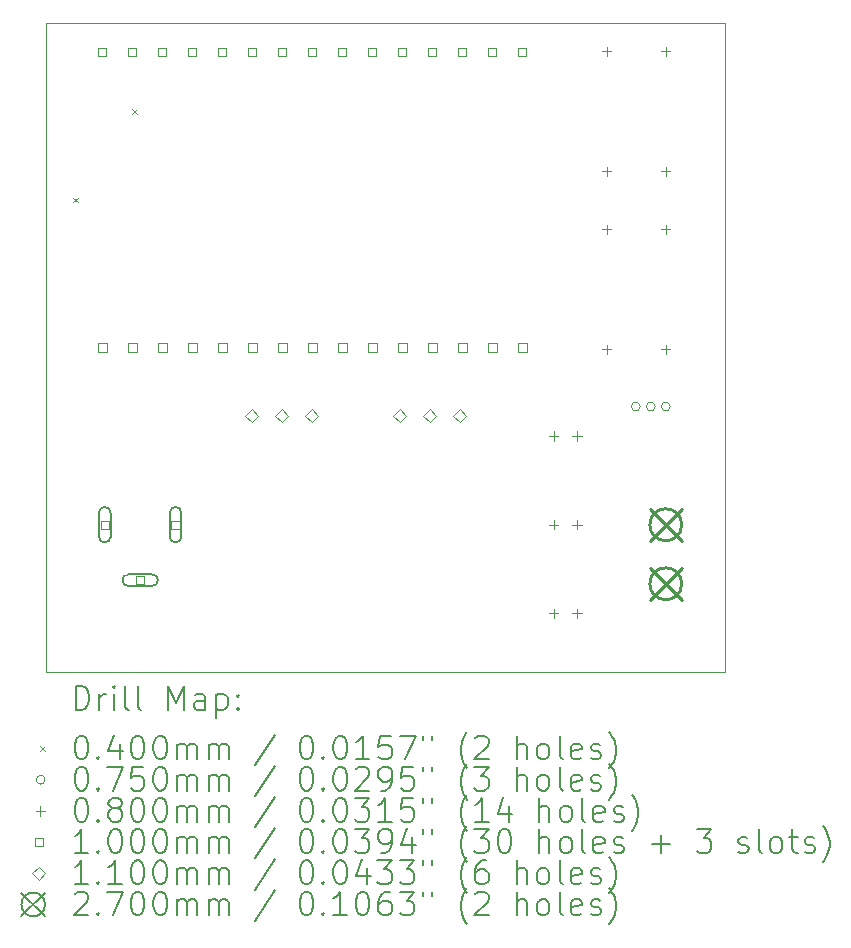
<source format=gbr>
%TF.GenerationSoftware,KiCad,Pcbnew,7.0.7*%
%TF.CreationDate,2023-09-17T16:54:02-03:00*%
%TF.ProjectId,nihon_lamp,6e69686f-6e5f-46c6-916d-702e6b696361,rev?*%
%TF.SameCoordinates,Original*%
%TF.FileFunction,Drillmap*%
%TF.FilePolarity,Positive*%
%FSLAX45Y45*%
G04 Gerber Fmt 4.5, Leading zero omitted, Abs format (unit mm)*
G04 Created by KiCad (PCBNEW 7.0.7) date 2023-09-17 16:54:02*
%MOMM*%
%LPD*%
G01*
G04 APERTURE LIST*
%ADD10C,0.100000*%
%ADD11C,0.200000*%
%ADD12C,0.040000*%
%ADD13C,0.075000*%
%ADD14C,0.080000*%
%ADD15C,0.110000*%
%ADD16C,0.270000*%
G04 APERTURE END LIST*
D10*
X9500000Y-7000000D02*
X15250000Y-7000000D01*
X15250000Y-12500000D01*
X9500000Y-12500000D01*
X9500000Y-7000000D01*
D11*
D12*
X9730000Y-8480000D02*
X9770000Y-8520000D01*
X9770000Y-8480000D02*
X9730000Y-8520000D01*
X10230000Y-7730000D02*
X10270000Y-7770000D01*
X10270000Y-7730000D02*
X10230000Y-7770000D01*
D13*
X14533500Y-10250000D02*
G75*
G03*
X14533500Y-10250000I-37500J0D01*
G01*
X14660500Y-10250000D02*
G75*
G03*
X14660500Y-10250000I-37500J0D01*
G01*
X14787500Y-10250000D02*
G75*
G03*
X14787500Y-10250000I-37500J0D01*
G01*
D14*
X13800000Y-10460000D02*
X13800000Y-10540000D01*
X13760000Y-10500000D02*
X13840000Y-10500000D01*
X13800000Y-11210000D02*
X13800000Y-11290000D01*
X13760000Y-11250000D02*
X13840000Y-11250000D01*
X13800000Y-11960000D02*
X13800000Y-12040000D01*
X13760000Y-12000000D02*
X13840000Y-12000000D01*
X14000000Y-10460000D02*
X14000000Y-10540000D01*
X13960000Y-10500000D02*
X14040000Y-10500000D01*
X14000000Y-11210000D02*
X14000000Y-11290000D01*
X13960000Y-11250000D02*
X14040000Y-11250000D01*
X14000000Y-11960000D02*
X14000000Y-12040000D01*
X13960000Y-12000000D02*
X14040000Y-12000000D01*
X14250000Y-7202000D02*
X14250000Y-7282000D01*
X14210000Y-7242000D02*
X14290000Y-7242000D01*
X14250000Y-8218000D02*
X14250000Y-8298000D01*
X14210000Y-8258000D02*
X14290000Y-8258000D01*
X14250000Y-8710000D02*
X14250000Y-8790000D01*
X14210000Y-8750000D02*
X14290000Y-8750000D01*
X14250000Y-9726000D02*
X14250000Y-9806000D01*
X14210000Y-9766000D02*
X14290000Y-9766000D01*
X14750000Y-7202000D02*
X14750000Y-7282000D01*
X14710000Y-7242000D02*
X14790000Y-7242000D01*
X14750000Y-8218000D02*
X14750000Y-8298000D01*
X14710000Y-8258000D02*
X14790000Y-8258000D01*
X14750000Y-8710000D02*
X14750000Y-8790000D01*
X14710000Y-8750000D02*
X14790000Y-8750000D01*
X14750000Y-9726000D02*
X14750000Y-9806000D01*
X14710000Y-9766000D02*
X14790000Y-9766000D01*
D10*
X10011356Y-7285356D02*
X10011356Y-7214644D01*
X9940644Y-7214644D01*
X9940644Y-7285356D01*
X10011356Y-7285356D01*
X10015356Y-9785356D02*
X10015356Y-9714644D01*
X9944644Y-9714644D01*
X9944644Y-9785356D01*
X10015356Y-9785356D01*
X10035356Y-11285356D02*
X10035356Y-11214644D01*
X9964644Y-11214644D01*
X9964644Y-11285356D01*
X10035356Y-11285356D01*
D11*
X9950000Y-11150000D02*
X9950000Y-11350000D01*
X9950000Y-11350000D02*
G75*
G03*
X10050000Y-11350000I50000J0D01*
G01*
X10050000Y-11350000D02*
X10050000Y-11150000D01*
X10050000Y-11150000D02*
G75*
G03*
X9950000Y-11150000I-50000J0D01*
G01*
D10*
X10265356Y-7285356D02*
X10265356Y-7214644D01*
X10194644Y-7214644D01*
X10194644Y-7285356D01*
X10265356Y-7285356D01*
X10269356Y-9785356D02*
X10269356Y-9714644D01*
X10198644Y-9714644D01*
X10198644Y-9785356D01*
X10269356Y-9785356D01*
X10335356Y-11755356D02*
X10335356Y-11684644D01*
X10264644Y-11684644D01*
X10264644Y-11755356D01*
X10335356Y-11755356D01*
D11*
X10200000Y-11770000D02*
X10400000Y-11770000D01*
X10400000Y-11770000D02*
G75*
G03*
X10400000Y-11670000I0J50000D01*
G01*
X10400000Y-11670000D02*
X10200000Y-11670000D01*
X10200000Y-11670000D02*
G75*
G03*
X10200000Y-11770000I0J-50000D01*
G01*
D10*
X10519356Y-7285356D02*
X10519356Y-7214644D01*
X10448644Y-7214644D01*
X10448644Y-7285356D01*
X10519356Y-7285356D01*
X10523356Y-9785356D02*
X10523356Y-9714644D01*
X10452644Y-9714644D01*
X10452644Y-9785356D01*
X10523356Y-9785356D01*
X10635356Y-11285356D02*
X10635356Y-11214644D01*
X10564644Y-11214644D01*
X10564644Y-11285356D01*
X10635356Y-11285356D01*
D11*
X10550000Y-11150000D02*
X10550000Y-11350000D01*
X10550000Y-11350000D02*
G75*
G03*
X10650000Y-11350000I50000J0D01*
G01*
X10650000Y-11350000D02*
X10650000Y-11150000D01*
X10650000Y-11150000D02*
G75*
G03*
X10550000Y-11150000I-50000J0D01*
G01*
D10*
X10773356Y-7285356D02*
X10773356Y-7214644D01*
X10702644Y-7214644D01*
X10702644Y-7285356D01*
X10773356Y-7285356D01*
X10777356Y-9785356D02*
X10777356Y-9714644D01*
X10706644Y-9714644D01*
X10706644Y-9785356D01*
X10777356Y-9785356D01*
X11027356Y-7285356D02*
X11027356Y-7214644D01*
X10956644Y-7214644D01*
X10956644Y-7285356D01*
X11027356Y-7285356D01*
X11031356Y-9785356D02*
X11031356Y-9714644D01*
X10960644Y-9714644D01*
X10960644Y-9785356D01*
X11031356Y-9785356D01*
X11281356Y-7285356D02*
X11281356Y-7214644D01*
X11210644Y-7214644D01*
X11210644Y-7285356D01*
X11281356Y-7285356D01*
X11285356Y-9785356D02*
X11285356Y-9714644D01*
X11214644Y-9714644D01*
X11214644Y-9785356D01*
X11285356Y-9785356D01*
X11535356Y-7285356D02*
X11535356Y-7214644D01*
X11464644Y-7214644D01*
X11464644Y-7285356D01*
X11535356Y-7285356D01*
X11539356Y-9785356D02*
X11539356Y-9714644D01*
X11468644Y-9714644D01*
X11468644Y-9785356D01*
X11539356Y-9785356D01*
X11789356Y-7285356D02*
X11789356Y-7214644D01*
X11718644Y-7214644D01*
X11718644Y-7285356D01*
X11789356Y-7285356D01*
X11793356Y-9785356D02*
X11793356Y-9714644D01*
X11722644Y-9714644D01*
X11722644Y-9785356D01*
X11793356Y-9785356D01*
X12043356Y-7285356D02*
X12043356Y-7214644D01*
X11972644Y-7214644D01*
X11972644Y-7285356D01*
X12043356Y-7285356D01*
X12047356Y-9785356D02*
X12047356Y-9714644D01*
X11976644Y-9714644D01*
X11976644Y-9785356D01*
X12047356Y-9785356D01*
X12297356Y-7285356D02*
X12297356Y-7214644D01*
X12226644Y-7214644D01*
X12226644Y-7285356D01*
X12297356Y-7285356D01*
X12301356Y-9785356D02*
X12301356Y-9714644D01*
X12230644Y-9714644D01*
X12230644Y-9785356D01*
X12301356Y-9785356D01*
X12551356Y-7285356D02*
X12551356Y-7214644D01*
X12480644Y-7214644D01*
X12480644Y-7285356D01*
X12551356Y-7285356D01*
X12555356Y-9785356D02*
X12555356Y-9714644D01*
X12484644Y-9714644D01*
X12484644Y-9785356D01*
X12555356Y-9785356D01*
X12805356Y-7285356D02*
X12805356Y-7214644D01*
X12734644Y-7214644D01*
X12734644Y-7285356D01*
X12805356Y-7285356D01*
X12809356Y-9785356D02*
X12809356Y-9714644D01*
X12738644Y-9714644D01*
X12738644Y-9785356D01*
X12809356Y-9785356D01*
X13059356Y-7285356D02*
X13059356Y-7214644D01*
X12988644Y-7214644D01*
X12988644Y-7285356D01*
X13059356Y-7285356D01*
X13063356Y-9785356D02*
X13063356Y-9714644D01*
X12992644Y-9714644D01*
X12992644Y-9785356D01*
X13063356Y-9785356D01*
X13313356Y-7285356D02*
X13313356Y-7214644D01*
X13242644Y-7214644D01*
X13242644Y-7285356D01*
X13313356Y-7285356D01*
X13317356Y-9785356D02*
X13317356Y-9714644D01*
X13246644Y-9714644D01*
X13246644Y-9785356D01*
X13317356Y-9785356D01*
X13567356Y-7285356D02*
X13567356Y-7214644D01*
X13496644Y-7214644D01*
X13496644Y-7285356D01*
X13567356Y-7285356D01*
X13571356Y-9785356D02*
X13571356Y-9714644D01*
X13500644Y-9714644D01*
X13500644Y-9785356D01*
X13571356Y-9785356D01*
D15*
X11246000Y-10382000D02*
X11301000Y-10327000D01*
X11246000Y-10272000D01*
X11191000Y-10327000D01*
X11246000Y-10382000D01*
X11500000Y-10382000D02*
X11555000Y-10327000D01*
X11500000Y-10272000D01*
X11445000Y-10327000D01*
X11500000Y-10382000D01*
X11754000Y-10382000D02*
X11809000Y-10327000D01*
X11754000Y-10272000D01*
X11699000Y-10327000D01*
X11754000Y-10382000D01*
X12496000Y-10382000D02*
X12551000Y-10327000D01*
X12496000Y-10272000D01*
X12441000Y-10327000D01*
X12496000Y-10382000D01*
X12750000Y-10382000D02*
X12805000Y-10327000D01*
X12750000Y-10272000D01*
X12695000Y-10327000D01*
X12750000Y-10382000D01*
X13004000Y-10382000D02*
X13059000Y-10327000D01*
X13004000Y-10272000D01*
X12949000Y-10327000D01*
X13004000Y-10382000D01*
D16*
X14615000Y-11115000D02*
X14885000Y-11385000D01*
X14885000Y-11115000D02*
X14615000Y-11385000D01*
X14885000Y-11250000D02*
G75*
G03*
X14885000Y-11250000I-135000J0D01*
G01*
X14615000Y-11615000D02*
X14885000Y-11885000D01*
X14885000Y-11615000D02*
X14615000Y-11885000D01*
X14885000Y-11750000D02*
G75*
G03*
X14885000Y-11750000I-135000J0D01*
G01*
D11*
X9755777Y-12816484D02*
X9755777Y-12616484D01*
X9755777Y-12616484D02*
X9803396Y-12616484D01*
X9803396Y-12616484D02*
X9831967Y-12626008D01*
X9831967Y-12626008D02*
X9851015Y-12645055D01*
X9851015Y-12645055D02*
X9860539Y-12664103D01*
X9860539Y-12664103D02*
X9870063Y-12702198D01*
X9870063Y-12702198D02*
X9870063Y-12730769D01*
X9870063Y-12730769D02*
X9860539Y-12768865D01*
X9860539Y-12768865D02*
X9851015Y-12787912D01*
X9851015Y-12787912D02*
X9831967Y-12806960D01*
X9831967Y-12806960D02*
X9803396Y-12816484D01*
X9803396Y-12816484D02*
X9755777Y-12816484D01*
X9955777Y-12816484D02*
X9955777Y-12683150D01*
X9955777Y-12721246D02*
X9965301Y-12702198D01*
X9965301Y-12702198D02*
X9974824Y-12692674D01*
X9974824Y-12692674D02*
X9993872Y-12683150D01*
X9993872Y-12683150D02*
X10012920Y-12683150D01*
X10079586Y-12816484D02*
X10079586Y-12683150D01*
X10079586Y-12616484D02*
X10070063Y-12626008D01*
X10070063Y-12626008D02*
X10079586Y-12635531D01*
X10079586Y-12635531D02*
X10089110Y-12626008D01*
X10089110Y-12626008D02*
X10079586Y-12616484D01*
X10079586Y-12616484D02*
X10079586Y-12635531D01*
X10203396Y-12816484D02*
X10184348Y-12806960D01*
X10184348Y-12806960D02*
X10174824Y-12787912D01*
X10174824Y-12787912D02*
X10174824Y-12616484D01*
X10308158Y-12816484D02*
X10289110Y-12806960D01*
X10289110Y-12806960D02*
X10279586Y-12787912D01*
X10279586Y-12787912D02*
X10279586Y-12616484D01*
X10536729Y-12816484D02*
X10536729Y-12616484D01*
X10536729Y-12616484D02*
X10603396Y-12759341D01*
X10603396Y-12759341D02*
X10670063Y-12616484D01*
X10670063Y-12616484D02*
X10670063Y-12816484D01*
X10851015Y-12816484D02*
X10851015Y-12711722D01*
X10851015Y-12711722D02*
X10841491Y-12692674D01*
X10841491Y-12692674D02*
X10822444Y-12683150D01*
X10822444Y-12683150D02*
X10784348Y-12683150D01*
X10784348Y-12683150D02*
X10765301Y-12692674D01*
X10851015Y-12806960D02*
X10831967Y-12816484D01*
X10831967Y-12816484D02*
X10784348Y-12816484D01*
X10784348Y-12816484D02*
X10765301Y-12806960D01*
X10765301Y-12806960D02*
X10755777Y-12787912D01*
X10755777Y-12787912D02*
X10755777Y-12768865D01*
X10755777Y-12768865D02*
X10765301Y-12749817D01*
X10765301Y-12749817D02*
X10784348Y-12740293D01*
X10784348Y-12740293D02*
X10831967Y-12740293D01*
X10831967Y-12740293D02*
X10851015Y-12730769D01*
X10946253Y-12683150D02*
X10946253Y-12883150D01*
X10946253Y-12692674D02*
X10965301Y-12683150D01*
X10965301Y-12683150D02*
X11003396Y-12683150D01*
X11003396Y-12683150D02*
X11022444Y-12692674D01*
X11022444Y-12692674D02*
X11031967Y-12702198D01*
X11031967Y-12702198D02*
X11041491Y-12721246D01*
X11041491Y-12721246D02*
X11041491Y-12778388D01*
X11041491Y-12778388D02*
X11031967Y-12797436D01*
X11031967Y-12797436D02*
X11022444Y-12806960D01*
X11022444Y-12806960D02*
X11003396Y-12816484D01*
X11003396Y-12816484D02*
X10965301Y-12816484D01*
X10965301Y-12816484D02*
X10946253Y-12806960D01*
X11127205Y-12797436D02*
X11136729Y-12806960D01*
X11136729Y-12806960D02*
X11127205Y-12816484D01*
X11127205Y-12816484D02*
X11117682Y-12806960D01*
X11117682Y-12806960D02*
X11127205Y-12797436D01*
X11127205Y-12797436D02*
X11127205Y-12816484D01*
X11127205Y-12692674D02*
X11136729Y-12702198D01*
X11136729Y-12702198D02*
X11127205Y-12711722D01*
X11127205Y-12711722D02*
X11117682Y-12702198D01*
X11117682Y-12702198D02*
X11127205Y-12692674D01*
X11127205Y-12692674D02*
X11127205Y-12711722D01*
D12*
X9455000Y-13125000D02*
X9495000Y-13165000D01*
X9495000Y-13125000D02*
X9455000Y-13165000D01*
D11*
X9793872Y-13036484D02*
X9812920Y-13036484D01*
X9812920Y-13036484D02*
X9831967Y-13046008D01*
X9831967Y-13046008D02*
X9841491Y-13055531D01*
X9841491Y-13055531D02*
X9851015Y-13074579D01*
X9851015Y-13074579D02*
X9860539Y-13112674D01*
X9860539Y-13112674D02*
X9860539Y-13160293D01*
X9860539Y-13160293D02*
X9851015Y-13198388D01*
X9851015Y-13198388D02*
X9841491Y-13217436D01*
X9841491Y-13217436D02*
X9831967Y-13226960D01*
X9831967Y-13226960D02*
X9812920Y-13236484D01*
X9812920Y-13236484D02*
X9793872Y-13236484D01*
X9793872Y-13236484D02*
X9774824Y-13226960D01*
X9774824Y-13226960D02*
X9765301Y-13217436D01*
X9765301Y-13217436D02*
X9755777Y-13198388D01*
X9755777Y-13198388D02*
X9746253Y-13160293D01*
X9746253Y-13160293D02*
X9746253Y-13112674D01*
X9746253Y-13112674D02*
X9755777Y-13074579D01*
X9755777Y-13074579D02*
X9765301Y-13055531D01*
X9765301Y-13055531D02*
X9774824Y-13046008D01*
X9774824Y-13046008D02*
X9793872Y-13036484D01*
X9946253Y-13217436D02*
X9955777Y-13226960D01*
X9955777Y-13226960D02*
X9946253Y-13236484D01*
X9946253Y-13236484D02*
X9936729Y-13226960D01*
X9936729Y-13226960D02*
X9946253Y-13217436D01*
X9946253Y-13217436D02*
X9946253Y-13236484D01*
X10127205Y-13103150D02*
X10127205Y-13236484D01*
X10079586Y-13026960D02*
X10031967Y-13169817D01*
X10031967Y-13169817D02*
X10155777Y-13169817D01*
X10270063Y-13036484D02*
X10289110Y-13036484D01*
X10289110Y-13036484D02*
X10308158Y-13046008D01*
X10308158Y-13046008D02*
X10317682Y-13055531D01*
X10317682Y-13055531D02*
X10327205Y-13074579D01*
X10327205Y-13074579D02*
X10336729Y-13112674D01*
X10336729Y-13112674D02*
X10336729Y-13160293D01*
X10336729Y-13160293D02*
X10327205Y-13198388D01*
X10327205Y-13198388D02*
X10317682Y-13217436D01*
X10317682Y-13217436D02*
X10308158Y-13226960D01*
X10308158Y-13226960D02*
X10289110Y-13236484D01*
X10289110Y-13236484D02*
X10270063Y-13236484D01*
X10270063Y-13236484D02*
X10251015Y-13226960D01*
X10251015Y-13226960D02*
X10241491Y-13217436D01*
X10241491Y-13217436D02*
X10231967Y-13198388D01*
X10231967Y-13198388D02*
X10222444Y-13160293D01*
X10222444Y-13160293D02*
X10222444Y-13112674D01*
X10222444Y-13112674D02*
X10231967Y-13074579D01*
X10231967Y-13074579D02*
X10241491Y-13055531D01*
X10241491Y-13055531D02*
X10251015Y-13046008D01*
X10251015Y-13046008D02*
X10270063Y-13036484D01*
X10460539Y-13036484D02*
X10479586Y-13036484D01*
X10479586Y-13036484D02*
X10498634Y-13046008D01*
X10498634Y-13046008D02*
X10508158Y-13055531D01*
X10508158Y-13055531D02*
X10517682Y-13074579D01*
X10517682Y-13074579D02*
X10527205Y-13112674D01*
X10527205Y-13112674D02*
X10527205Y-13160293D01*
X10527205Y-13160293D02*
X10517682Y-13198388D01*
X10517682Y-13198388D02*
X10508158Y-13217436D01*
X10508158Y-13217436D02*
X10498634Y-13226960D01*
X10498634Y-13226960D02*
X10479586Y-13236484D01*
X10479586Y-13236484D02*
X10460539Y-13236484D01*
X10460539Y-13236484D02*
X10441491Y-13226960D01*
X10441491Y-13226960D02*
X10431967Y-13217436D01*
X10431967Y-13217436D02*
X10422444Y-13198388D01*
X10422444Y-13198388D02*
X10412920Y-13160293D01*
X10412920Y-13160293D02*
X10412920Y-13112674D01*
X10412920Y-13112674D02*
X10422444Y-13074579D01*
X10422444Y-13074579D02*
X10431967Y-13055531D01*
X10431967Y-13055531D02*
X10441491Y-13046008D01*
X10441491Y-13046008D02*
X10460539Y-13036484D01*
X10612920Y-13236484D02*
X10612920Y-13103150D01*
X10612920Y-13122198D02*
X10622444Y-13112674D01*
X10622444Y-13112674D02*
X10641491Y-13103150D01*
X10641491Y-13103150D02*
X10670063Y-13103150D01*
X10670063Y-13103150D02*
X10689110Y-13112674D01*
X10689110Y-13112674D02*
X10698634Y-13131722D01*
X10698634Y-13131722D02*
X10698634Y-13236484D01*
X10698634Y-13131722D02*
X10708158Y-13112674D01*
X10708158Y-13112674D02*
X10727205Y-13103150D01*
X10727205Y-13103150D02*
X10755777Y-13103150D01*
X10755777Y-13103150D02*
X10774825Y-13112674D01*
X10774825Y-13112674D02*
X10784348Y-13131722D01*
X10784348Y-13131722D02*
X10784348Y-13236484D01*
X10879586Y-13236484D02*
X10879586Y-13103150D01*
X10879586Y-13122198D02*
X10889110Y-13112674D01*
X10889110Y-13112674D02*
X10908158Y-13103150D01*
X10908158Y-13103150D02*
X10936729Y-13103150D01*
X10936729Y-13103150D02*
X10955777Y-13112674D01*
X10955777Y-13112674D02*
X10965301Y-13131722D01*
X10965301Y-13131722D02*
X10965301Y-13236484D01*
X10965301Y-13131722D02*
X10974825Y-13112674D01*
X10974825Y-13112674D02*
X10993872Y-13103150D01*
X10993872Y-13103150D02*
X11022444Y-13103150D01*
X11022444Y-13103150D02*
X11041491Y-13112674D01*
X11041491Y-13112674D02*
X11051015Y-13131722D01*
X11051015Y-13131722D02*
X11051015Y-13236484D01*
X11441491Y-13026960D02*
X11270063Y-13284103D01*
X11698634Y-13036484D02*
X11717682Y-13036484D01*
X11717682Y-13036484D02*
X11736729Y-13046008D01*
X11736729Y-13046008D02*
X11746253Y-13055531D01*
X11746253Y-13055531D02*
X11755777Y-13074579D01*
X11755777Y-13074579D02*
X11765301Y-13112674D01*
X11765301Y-13112674D02*
X11765301Y-13160293D01*
X11765301Y-13160293D02*
X11755777Y-13198388D01*
X11755777Y-13198388D02*
X11746253Y-13217436D01*
X11746253Y-13217436D02*
X11736729Y-13226960D01*
X11736729Y-13226960D02*
X11717682Y-13236484D01*
X11717682Y-13236484D02*
X11698634Y-13236484D01*
X11698634Y-13236484D02*
X11679586Y-13226960D01*
X11679586Y-13226960D02*
X11670063Y-13217436D01*
X11670063Y-13217436D02*
X11660539Y-13198388D01*
X11660539Y-13198388D02*
X11651015Y-13160293D01*
X11651015Y-13160293D02*
X11651015Y-13112674D01*
X11651015Y-13112674D02*
X11660539Y-13074579D01*
X11660539Y-13074579D02*
X11670063Y-13055531D01*
X11670063Y-13055531D02*
X11679586Y-13046008D01*
X11679586Y-13046008D02*
X11698634Y-13036484D01*
X11851015Y-13217436D02*
X11860539Y-13226960D01*
X11860539Y-13226960D02*
X11851015Y-13236484D01*
X11851015Y-13236484D02*
X11841491Y-13226960D01*
X11841491Y-13226960D02*
X11851015Y-13217436D01*
X11851015Y-13217436D02*
X11851015Y-13236484D01*
X11984348Y-13036484D02*
X12003396Y-13036484D01*
X12003396Y-13036484D02*
X12022444Y-13046008D01*
X12022444Y-13046008D02*
X12031967Y-13055531D01*
X12031967Y-13055531D02*
X12041491Y-13074579D01*
X12041491Y-13074579D02*
X12051015Y-13112674D01*
X12051015Y-13112674D02*
X12051015Y-13160293D01*
X12051015Y-13160293D02*
X12041491Y-13198388D01*
X12041491Y-13198388D02*
X12031967Y-13217436D01*
X12031967Y-13217436D02*
X12022444Y-13226960D01*
X12022444Y-13226960D02*
X12003396Y-13236484D01*
X12003396Y-13236484D02*
X11984348Y-13236484D01*
X11984348Y-13236484D02*
X11965301Y-13226960D01*
X11965301Y-13226960D02*
X11955777Y-13217436D01*
X11955777Y-13217436D02*
X11946253Y-13198388D01*
X11946253Y-13198388D02*
X11936729Y-13160293D01*
X11936729Y-13160293D02*
X11936729Y-13112674D01*
X11936729Y-13112674D02*
X11946253Y-13074579D01*
X11946253Y-13074579D02*
X11955777Y-13055531D01*
X11955777Y-13055531D02*
X11965301Y-13046008D01*
X11965301Y-13046008D02*
X11984348Y-13036484D01*
X12241491Y-13236484D02*
X12127206Y-13236484D01*
X12184348Y-13236484D02*
X12184348Y-13036484D01*
X12184348Y-13036484D02*
X12165301Y-13065055D01*
X12165301Y-13065055D02*
X12146253Y-13084103D01*
X12146253Y-13084103D02*
X12127206Y-13093627D01*
X12422444Y-13036484D02*
X12327206Y-13036484D01*
X12327206Y-13036484D02*
X12317682Y-13131722D01*
X12317682Y-13131722D02*
X12327206Y-13122198D01*
X12327206Y-13122198D02*
X12346253Y-13112674D01*
X12346253Y-13112674D02*
X12393872Y-13112674D01*
X12393872Y-13112674D02*
X12412920Y-13122198D01*
X12412920Y-13122198D02*
X12422444Y-13131722D01*
X12422444Y-13131722D02*
X12431967Y-13150769D01*
X12431967Y-13150769D02*
X12431967Y-13198388D01*
X12431967Y-13198388D02*
X12422444Y-13217436D01*
X12422444Y-13217436D02*
X12412920Y-13226960D01*
X12412920Y-13226960D02*
X12393872Y-13236484D01*
X12393872Y-13236484D02*
X12346253Y-13236484D01*
X12346253Y-13236484D02*
X12327206Y-13226960D01*
X12327206Y-13226960D02*
X12317682Y-13217436D01*
X12498634Y-13036484D02*
X12631967Y-13036484D01*
X12631967Y-13036484D02*
X12546253Y-13236484D01*
X12698634Y-13036484D02*
X12698634Y-13074579D01*
X12774825Y-13036484D02*
X12774825Y-13074579D01*
X13070063Y-13312674D02*
X13060539Y-13303150D01*
X13060539Y-13303150D02*
X13041491Y-13274579D01*
X13041491Y-13274579D02*
X13031968Y-13255531D01*
X13031968Y-13255531D02*
X13022444Y-13226960D01*
X13022444Y-13226960D02*
X13012920Y-13179341D01*
X13012920Y-13179341D02*
X13012920Y-13141246D01*
X13012920Y-13141246D02*
X13022444Y-13093627D01*
X13022444Y-13093627D02*
X13031968Y-13065055D01*
X13031968Y-13065055D02*
X13041491Y-13046008D01*
X13041491Y-13046008D02*
X13060539Y-13017436D01*
X13060539Y-13017436D02*
X13070063Y-13007912D01*
X13136729Y-13055531D02*
X13146253Y-13046008D01*
X13146253Y-13046008D02*
X13165301Y-13036484D01*
X13165301Y-13036484D02*
X13212920Y-13036484D01*
X13212920Y-13036484D02*
X13231968Y-13046008D01*
X13231968Y-13046008D02*
X13241491Y-13055531D01*
X13241491Y-13055531D02*
X13251015Y-13074579D01*
X13251015Y-13074579D02*
X13251015Y-13093627D01*
X13251015Y-13093627D02*
X13241491Y-13122198D01*
X13241491Y-13122198D02*
X13127206Y-13236484D01*
X13127206Y-13236484D02*
X13251015Y-13236484D01*
X13489110Y-13236484D02*
X13489110Y-13036484D01*
X13574825Y-13236484D02*
X13574825Y-13131722D01*
X13574825Y-13131722D02*
X13565301Y-13112674D01*
X13565301Y-13112674D02*
X13546253Y-13103150D01*
X13546253Y-13103150D02*
X13517682Y-13103150D01*
X13517682Y-13103150D02*
X13498634Y-13112674D01*
X13498634Y-13112674D02*
X13489110Y-13122198D01*
X13698634Y-13236484D02*
X13679587Y-13226960D01*
X13679587Y-13226960D02*
X13670063Y-13217436D01*
X13670063Y-13217436D02*
X13660539Y-13198388D01*
X13660539Y-13198388D02*
X13660539Y-13141246D01*
X13660539Y-13141246D02*
X13670063Y-13122198D01*
X13670063Y-13122198D02*
X13679587Y-13112674D01*
X13679587Y-13112674D02*
X13698634Y-13103150D01*
X13698634Y-13103150D02*
X13727206Y-13103150D01*
X13727206Y-13103150D02*
X13746253Y-13112674D01*
X13746253Y-13112674D02*
X13755777Y-13122198D01*
X13755777Y-13122198D02*
X13765301Y-13141246D01*
X13765301Y-13141246D02*
X13765301Y-13198388D01*
X13765301Y-13198388D02*
X13755777Y-13217436D01*
X13755777Y-13217436D02*
X13746253Y-13226960D01*
X13746253Y-13226960D02*
X13727206Y-13236484D01*
X13727206Y-13236484D02*
X13698634Y-13236484D01*
X13879587Y-13236484D02*
X13860539Y-13226960D01*
X13860539Y-13226960D02*
X13851015Y-13207912D01*
X13851015Y-13207912D02*
X13851015Y-13036484D01*
X14031968Y-13226960D02*
X14012920Y-13236484D01*
X14012920Y-13236484D02*
X13974825Y-13236484D01*
X13974825Y-13236484D02*
X13955777Y-13226960D01*
X13955777Y-13226960D02*
X13946253Y-13207912D01*
X13946253Y-13207912D02*
X13946253Y-13131722D01*
X13946253Y-13131722D02*
X13955777Y-13112674D01*
X13955777Y-13112674D02*
X13974825Y-13103150D01*
X13974825Y-13103150D02*
X14012920Y-13103150D01*
X14012920Y-13103150D02*
X14031968Y-13112674D01*
X14031968Y-13112674D02*
X14041491Y-13131722D01*
X14041491Y-13131722D02*
X14041491Y-13150769D01*
X14041491Y-13150769D02*
X13946253Y-13169817D01*
X14117682Y-13226960D02*
X14136730Y-13236484D01*
X14136730Y-13236484D02*
X14174825Y-13236484D01*
X14174825Y-13236484D02*
X14193872Y-13226960D01*
X14193872Y-13226960D02*
X14203396Y-13207912D01*
X14203396Y-13207912D02*
X14203396Y-13198388D01*
X14203396Y-13198388D02*
X14193872Y-13179341D01*
X14193872Y-13179341D02*
X14174825Y-13169817D01*
X14174825Y-13169817D02*
X14146253Y-13169817D01*
X14146253Y-13169817D02*
X14127206Y-13160293D01*
X14127206Y-13160293D02*
X14117682Y-13141246D01*
X14117682Y-13141246D02*
X14117682Y-13131722D01*
X14117682Y-13131722D02*
X14127206Y-13112674D01*
X14127206Y-13112674D02*
X14146253Y-13103150D01*
X14146253Y-13103150D02*
X14174825Y-13103150D01*
X14174825Y-13103150D02*
X14193872Y-13112674D01*
X14270063Y-13312674D02*
X14279587Y-13303150D01*
X14279587Y-13303150D02*
X14298634Y-13274579D01*
X14298634Y-13274579D02*
X14308158Y-13255531D01*
X14308158Y-13255531D02*
X14317682Y-13226960D01*
X14317682Y-13226960D02*
X14327206Y-13179341D01*
X14327206Y-13179341D02*
X14327206Y-13141246D01*
X14327206Y-13141246D02*
X14317682Y-13093627D01*
X14317682Y-13093627D02*
X14308158Y-13065055D01*
X14308158Y-13065055D02*
X14298634Y-13046008D01*
X14298634Y-13046008D02*
X14279587Y-13017436D01*
X14279587Y-13017436D02*
X14270063Y-13007912D01*
D13*
X9495000Y-13409000D02*
G75*
G03*
X9495000Y-13409000I-37500J0D01*
G01*
D11*
X9793872Y-13300484D02*
X9812920Y-13300484D01*
X9812920Y-13300484D02*
X9831967Y-13310008D01*
X9831967Y-13310008D02*
X9841491Y-13319531D01*
X9841491Y-13319531D02*
X9851015Y-13338579D01*
X9851015Y-13338579D02*
X9860539Y-13376674D01*
X9860539Y-13376674D02*
X9860539Y-13424293D01*
X9860539Y-13424293D02*
X9851015Y-13462388D01*
X9851015Y-13462388D02*
X9841491Y-13481436D01*
X9841491Y-13481436D02*
X9831967Y-13490960D01*
X9831967Y-13490960D02*
X9812920Y-13500484D01*
X9812920Y-13500484D02*
X9793872Y-13500484D01*
X9793872Y-13500484D02*
X9774824Y-13490960D01*
X9774824Y-13490960D02*
X9765301Y-13481436D01*
X9765301Y-13481436D02*
X9755777Y-13462388D01*
X9755777Y-13462388D02*
X9746253Y-13424293D01*
X9746253Y-13424293D02*
X9746253Y-13376674D01*
X9746253Y-13376674D02*
X9755777Y-13338579D01*
X9755777Y-13338579D02*
X9765301Y-13319531D01*
X9765301Y-13319531D02*
X9774824Y-13310008D01*
X9774824Y-13310008D02*
X9793872Y-13300484D01*
X9946253Y-13481436D02*
X9955777Y-13490960D01*
X9955777Y-13490960D02*
X9946253Y-13500484D01*
X9946253Y-13500484D02*
X9936729Y-13490960D01*
X9936729Y-13490960D02*
X9946253Y-13481436D01*
X9946253Y-13481436D02*
X9946253Y-13500484D01*
X10022444Y-13300484D02*
X10155777Y-13300484D01*
X10155777Y-13300484D02*
X10070063Y-13500484D01*
X10327205Y-13300484D02*
X10231967Y-13300484D01*
X10231967Y-13300484D02*
X10222444Y-13395722D01*
X10222444Y-13395722D02*
X10231967Y-13386198D01*
X10231967Y-13386198D02*
X10251015Y-13376674D01*
X10251015Y-13376674D02*
X10298634Y-13376674D01*
X10298634Y-13376674D02*
X10317682Y-13386198D01*
X10317682Y-13386198D02*
X10327205Y-13395722D01*
X10327205Y-13395722D02*
X10336729Y-13414769D01*
X10336729Y-13414769D02*
X10336729Y-13462388D01*
X10336729Y-13462388D02*
X10327205Y-13481436D01*
X10327205Y-13481436D02*
X10317682Y-13490960D01*
X10317682Y-13490960D02*
X10298634Y-13500484D01*
X10298634Y-13500484D02*
X10251015Y-13500484D01*
X10251015Y-13500484D02*
X10231967Y-13490960D01*
X10231967Y-13490960D02*
X10222444Y-13481436D01*
X10460539Y-13300484D02*
X10479586Y-13300484D01*
X10479586Y-13300484D02*
X10498634Y-13310008D01*
X10498634Y-13310008D02*
X10508158Y-13319531D01*
X10508158Y-13319531D02*
X10517682Y-13338579D01*
X10517682Y-13338579D02*
X10527205Y-13376674D01*
X10527205Y-13376674D02*
X10527205Y-13424293D01*
X10527205Y-13424293D02*
X10517682Y-13462388D01*
X10517682Y-13462388D02*
X10508158Y-13481436D01*
X10508158Y-13481436D02*
X10498634Y-13490960D01*
X10498634Y-13490960D02*
X10479586Y-13500484D01*
X10479586Y-13500484D02*
X10460539Y-13500484D01*
X10460539Y-13500484D02*
X10441491Y-13490960D01*
X10441491Y-13490960D02*
X10431967Y-13481436D01*
X10431967Y-13481436D02*
X10422444Y-13462388D01*
X10422444Y-13462388D02*
X10412920Y-13424293D01*
X10412920Y-13424293D02*
X10412920Y-13376674D01*
X10412920Y-13376674D02*
X10422444Y-13338579D01*
X10422444Y-13338579D02*
X10431967Y-13319531D01*
X10431967Y-13319531D02*
X10441491Y-13310008D01*
X10441491Y-13310008D02*
X10460539Y-13300484D01*
X10612920Y-13500484D02*
X10612920Y-13367150D01*
X10612920Y-13386198D02*
X10622444Y-13376674D01*
X10622444Y-13376674D02*
X10641491Y-13367150D01*
X10641491Y-13367150D02*
X10670063Y-13367150D01*
X10670063Y-13367150D02*
X10689110Y-13376674D01*
X10689110Y-13376674D02*
X10698634Y-13395722D01*
X10698634Y-13395722D02*
X10698634Y-13500484D01*
X10698634Y-13395722D02*
X10708158Y-13376674D01*
X10708158Y-13376674D02*
X10727205Y-13367150D01*
X10727205Y-13367150D02*
X10755777Y-13367150D01*
X10755777Y-13367150D02*
X10774825Y-13376674D01*
X10774825Y-13376674D02*
X10784348Y-13395722D01*
X10784348Y-13395722D02*
X10784348Y-13500484D01*
X10879586Y-13500484D02*
X10879586Y-13367150D01*
X10879586Y-13386198D02*
X10889110Y-13376674D01*
X10889110Y-13376674D02*
X10908158Y-13367150D01*
X10908158Y-13367150D02*
X10936729Y-13367150D01*
X10936729Y-13367150D02*
X10955777Y-13376674D01*
X10955777Y-13376674D02*
X10965301Y-13395722D01*
X10965301Y-13395722D02*
X10965301Y-13500484D01*
X10965301Y-13395722D02*
X10974825Y-13376674D01*
X10974825Y-13376674D02*
X10993872Y-13367150D01*
X10993872Y-13367150D02*
X11022444Y-13367150D01*
X11022444Y-13367150D02*
X11041491Y-13376674D01*
X11041491Y-13376674D02*
X11051015Y-13395722D01*
X11051015Y-13395722D02*
X11051015Y-13500484D01*
X11441491Y-13290960D02*
X11270063Y-13548103D01*
X11698634Y-13300484D02*
X11717682Y-13300484D01*
X11717682Y-13300484D02*
X11736729Y-13310008D01*
X11736729Y-13310008D02*
X11746253Y-13319531D01*
X11746253Y-13319531D02*
X11755777Y-13338579D01*
X11755777Y-13338579D02*
X11765301Y-13376674D01*
X11765301Y-13376674D02*
X11765301Y-13424293D01*
X11765301Y-13424293D02*
X11755777Y-13462388D01*
X11755777Y-13462388D02*
X11746253Y-13481436D01*
X11746253Y-13481436D02*
X11736729Y-13490960D01*
X11736729Y-13490960D02*
X11717682Y-13500484D01*
X11717682Y-13500484D02*
X11698634Y-13500484D01*
X11698634Y-13500484D02*
X11679586Y-13490960D01*
X11679586Y-13490960D02*
X11670063Y-13481436D01*
X11670063Y-13481436D02*
X11660539Y-13462388D01*
X11660539Y-13462388D02*
X11651015Y-13424293D01*
X11651015Y-13424293D02*
X11651015Y-13376674D01*
X11651015Y-13376674D02*
X11660539Y-13338579D01*
X11660539Y-13338579D02*
X11670063Y-13319531D01*
X11670063Y-13319531D02*
X11679586Y-13310008D01*
X11679586Y-13310008D02*
X11698634Y-13300484D01*
X11851015Y-13481436D02*
X11860539Y-13490960D01*
X11860539Y-13490960D02*
X11851015Y-13500484D01*
X11851015Y-13500484D02*
X11841491Y-13490960D01*
X11841491Y-13490960D02*
X11851015Y-13481436D01*
X11851015Y-13481436D02*
X11851015Y-13500484D01*
X11984348Y-13300484D02*
X12003396Y-13300484D01*
X12003396Y-13300484D02*
X12022444Y-13310008D01*
X12022444Y-13310008D02*
X12031967Y-13319531D01*
X12031967Y-13319531D02*
X12041491Y-13338579D01*
X12041491Y-13338579D02*
X12051015Y-13376674D01*
X12051015Y-13376674D02*
X12051015Y-13424293D01*
X12051015Y-13424293D02*
X12041491Y-13462388D01*
X12041491Y-13462388D02*
X12031967Y-13481436D01*
X12031967Y-13481436D02*
X12022444Y-13490960D01*
X12022444Y-13490960D02*
X12003396Y-13500484D01*
X12003396Y-13500484D02*
X11984348Y-13500484D01*
X11984348Y-13500484D02*
X11965301Y-13490960D01*
X11965301Y-13490960D02*
X11955777Y-13481436D01*
X11955777Y-13481436D02*
X11946253Y-13462388D01*
X11946253Y-13462388D02*
X11936729Y-13424293D01*
X11936729Y-13424293D02*
X11936729Y-13376674D01*
X11936729Y-13376674D02*
X11946253Y-13338579D01*
X11946253Y-13338579D02*
X11955777Y-13319531D01*
X11955777Y-13319531D02*
X11965301Y-13310008D01*
X11965301Y-13310008D02*
X11984348Y-13300484D01*
X12127206Y-13319531D02*
X12136729Y-13310008D01*
X12136729Y-13310008D02*
X12155777Y-13300484D01*
X12155777Y-13300484D02*
X12203396Y-13300484D01*
X12203396Y-13300484D02*
X12222444Y-13310008D01*
X12222444Y-13310008D02*
X12231967Y-13319531D01*
X12231967Y-13319531D02*
X12241491Y-13338579D01*
X12241491Y-13338579D02*
X12241491Y-13357627D01*
X12241491Y-13357627D02*
X12231967Y-13386198D01*
X12231967Y-13386198D02*
X12117682Y-13500484D01*
X12117682Y-13500484D02*
X12241491Y-13500484D01*
X12336729Y-13500484D02*
X12374825Y-13500484D01*
X12374825Y-13500484D02*
X12393872Y-13490960D01*
X12393872Y-13490960D02*
X12403396Y-13481436D01*
X12403396Y-13481436D02*
X12422444Y-13452865D01*
X12422444Y-13452865D02*
X12431967Y-13414769D01*
X12431967Y-13414769D02*
X12431967Y-13338579D01*
X12431967Y-13338579D02*
X12422444Y-13319531D01*
X12422444Y-13319531D02*
X12412920Y-13310008D01*
X12412920Y-13310008D02*
X12393872Y-13300484D01*
X12393872Y-13300484D02*
X12355777Y-13300484D01*
X12355777Y-13300484D02*
X12336729Y-13310008D01*
X12336729Y-13310008D02*
X12327206Y-13319531D01*
X12327206Y-13319531D02*
X12317682Y-13338579D01*
X12317682Y-13338579D02*
X12317682Y-13386198D01*
X12317682Y-13386198D02*
X12327206Y-13405246D01*
X12327206Y-13405246D02*
X12336729Y-13414769D01*
X12336729Y-13414769D02*
X12355777Y-13424293D01*
X12355777Y-13424293D02*
X12393872Y-13424293D01*
X12393872Y-13424293D02*
X12412920Y-13414769D01*
X12412920Y-13414769D02*
X12422444Y-13405246D01*
X12422444Y-13405246D02*
X12431967Y-13386198D01*
X12612920Y-13300484D02*
X12517682Y-13300484D01*
X12517682Y-13300484D02*
X12508158Y-13395722D01*
X12508158Y-13395722D02*
X12517682Y-13386198D01*
X12517682Y-13386198D02*
X12536729Y-13376674D01*
X12536729Y-13376674D02*
X12584348Y-13376674D01*
X12584348Y-13376674D02*
X12603396Y-13386198D01*
X12603396Y-13386198D02*
X12612920Y-13395722D01*
X12612920Y-13395722D02*
X12622444Y-13414769D01*
X12622444Y-13414769D02*
X12622444Y-13462388D01*
X12622444Y-13462388D02*
X12612920Y-13481436D01*
X12612920Y-13481436D02*
X12603396Y-13490960D01*
X12603396Y-13490960D02*
X12584348Y-13500484D01*
X12584348Y-13500484D02*
X12536729Y-13500484D01*
X12536729Y-13500484D02*
X12517682Y-13490960D01*
X12517682Y-13490960D02*
X12508158Y-13481436D01*
X12698634Y-13300484D02*
X12698634Y-13338579D01*
X12774825Y-13300484D02*
X12774825Y-13338579D01*
X13070063Y-13576674D02*
X13060539Y-13567150D01*
X13060539Y-13567150D02*
X13041491Y-13538579D01*
X13041491Y-13538579D02*
X13031968Y-13519531D01*
X13031968Y-13519531D02*
X13022444Y-13490960D01*
X13022444Y-13490960D02*
X13012920Y-13443341D01*
X13012920Y-13443341D02*
X13012920Y-13405246D01*
X13012920Y-13405246D02*
X13022444Y-13357627D01*
X13022444Y-13357627D02*
X13031968Y-13329055D01*
X13031968Y-13329055D02*
X13041491Y-13310008D01*
X13041491Y-13310008D02*
X13060539Y-13281436D01*
X13060539Y-13281436D02*
X13070063Y-13271912D01*
X13127206Y-13300484D02*
X13251015Y-13300484D01*
X13251015Y-13300484D02*
X13184348Y-13376674D01*
X13184348Y-13376674D02*
X13212920Y-13376674D01*
X13212920Y-13376674D02*
X13231968Y-13386198D01*
X13231968Y-13386198D02*
X13241491Y-13395722D01*
X13241491Y-13395722D02*
X13251015Y-13414769D01*
X13251015Y-13414769D02*
X13251015Y-13462388D01*
X13251015Y-13462388D02*
X13241491Y-13481436D01*
X13241491Y-13481436D02*
X13231968Y-13490960D01*
X13231968Y-13490960D02*
X13212920Y-13500484D01*
X13212920Y-13500484D02*
X13155777Y-13500484D01*
X13155777Y-13500484D02*
X13136729Y-13490960D01*
X13136729Y-13490960D02*
X13127206Y-13481436D01*
X13489110Y-13500484D02*
X13489110Y-13300484D01*
X13574825Y-13500484D02*
X13574825Y-13395722D01*
X13574825Y-13395722D02*
X13565301Y-13376674D01*
X13565301Y-13376674D02*
X13546253Y-13367150D01*
X13546253Y-13367150D02*
X13517682Y-13367150D01*
X13517682Y-13367150D02*
X13498634Y-13376674D01*
X13498634Y-13376674D02*
X13489110Y-13386198D01*
X13698634Y-13500484D02*
X13679587Y-13490960D01*
X13679587Y-13490960D02*
X13670063Y-13481436D01*
X13670063Y-13481436D02*
X13660539Y-13462388D01*
X13660539Y-13462388D02*
X13660539Y-13405246D01*
X13660539Y-13405246D02*
X13670063Y-13386198D01*
X13670063Y-13386198D02*
X13679587Y-13376674D01*
X13679587Y-13376674D02*
X13698634Y-13367150D01*
X13698634Y-13367150D02*
X13727206Y-13367150D01*
X13727206Y-13367150D02*
X13746253Y-13376674D01*
X13746253Y-13376674D02*
X13755777Y-13386198D01*
X13755777Y-13386198D02*
X13765301Y-13405246D01*
X13765301Y-13405246D02*
X13765301Y-13462388D01*
X13765301Y-13462388D02*
X13755777Y-13481436D01*
X13755777Y-13481436D02*
X13746253Y-13490960D01*
X13746253Y-13490960D02*
X13727206Y-13500484D01*
X13727206Y-13500484D02*
X13698634Y-13500484D01*
X13879587Y-13500484D02*
X13860539Y-13490960D01*
X13860539Y-13490960D02*
X13851015Y-13471912D01*
X13851015Y-13471912D02*
X13851015Y-13300484D01*
X14031968Y-13490960D02*
X14012920Y-13500484D01*
X14012920Y-13500484D02*
X13974825Y-13500484D01*
X13974825Y-13500484D02*
X13955777Y-13490960D01*
X13955777Y-13490960D02*
X13946253Y-13471912D01*
X13946253Y-13471912D02*
X13946253Y-13395722D01*
X13946253Y-13395722D02*
X13955777Y-13376674D01*
X13955777Y-13376674D02*
X13974825Y-13367150D01*
X13974825Y-13367150D02*
X14012920Y-13367150D01*
X14012920Y-13367150D02*
X14031968Y-13376674D01*
X14031968Y-13376674D02*
X14041491Y-13395722D01*
X14041491Y-13395722D02*
X14041491Y-13414769D01*
X14041491Y-13414769D02*
X13946253Y-13433817D01*
X14117682Y-13490960D02*
X14136730Y-13500484D01*
X14136730Y-13500484D02*
X14174825Y-13500484D01*
X14174825Y-13500484D02*
X14193872Y-13490960D01*
X14193872Y-13490960D02*
X14203396Y-13471912D01*
X14203396Y-13471912D02*
X14203396Y-13462388D01*
X14203396Y-13462388D02*
X14193872Y-13443341D01*
X14193872Y-13443341D02*
X14174825Y-13433817D01*
X14174825Y-13433817D02*
X14146253Y-13433817D01*
X14146253Y-13433817D02*
X14127206Y-13424293D01*
X14127206Y-13424293D02*
X14117682Y-13405246D01*
X14117682Y-13405246D02*
X14117682Y-13395722D01*
X14117682Y-13395722D02*
X14127206Y-13376674D01*
X14127206Y-13376674D02*
X14146253Y-13367150D01*
X14146253Y-13367150D02*
X14174825Y-13367150D01*
X14174825Y-13367150D02*
X14193872Y-13376674D01*
X14270063Y-13576674D02*
X14279587Y-13567150D01*
X14279587Y-13567150D02*
X14298634Y-13538579D01*
X14298634Y-13538579D02*
X14308158Y-13519531D01*
X14308158Y-13519531D02*
X14317682Y-13490960D01*
X14317682Y-13490960D02*
X14327206Y-13443341D01*
X14327206Y-13443341D02*
X14327206Y-13405246D01*
X14327206Y-13405246D02*
X14317682Y-13357627D01*
X14317682Y-13357627D02*
X14308158Y-13329055D01*
X14308158Y-13329055D02*
X14298634Y-13310008D01*
X14298634Y-13310008D02*
X14279587Y-13281436D01*
X14279587Y-13281436D02*
X14270063Y-13271912D01*
D14*
X9455000Y-13633000D02*
X9455000Y-13713000D01*
X9415000Y-13673000D02*
X9495000Y-13673000D01*
D11*
X9793872Y-13564484D02*
X9812920Y-13564484D01*
X9812920Y-13564484D02*
X9831967Y-13574008D01*
X9831967Y-13574008D02*
X9841491Y-13583531D01*
X9841491Y-13583531D02*
X9851015Y-13602579D01*
X9851015Y-13602579D02*
X9860539Y-13640674D01*
X9860539Y-13640674D02*
X9860539Y-13688293D01*
X9860539Y-13688293D02*
X9851015Y-13726388D01*
X9851015Y-13726388D02*
X9841491Y-13745436D01*
X9841491Y-13745436D02*
X9831967Y-13754960D01*
X9831967Y-13754960D02*
X9812920Y-13764484D01*
X9812920Y-13764484D02*
X9793872Y-13764484D01*
X9793872Y-13764484D02*
X9774824Y-13754960D01*
X9774824Y-13754960D02*
X9765301Y-13745436D01*
X9765301Y-13745436D02*
X9755777Y-13726388D01*
X9755777Y-13726388D02*
X9746253Y-13688293D01*
X9746253Y-13688293D02*
X9746253Y-13640674D01*
X9746253Y-13640674D02*
X9755777Y-13602579D01*
X9755777Y-13602579D02*
X9765301Y-13583531D01*
X9765301Y-13583531D02*
X9774824Y-13574008D01*
X9774824Y-13574008D02*
X9793872Y-13564484D01*
X9946253Y-13745436D02*
X9955777Y-13754960D01*
X9955777Y-13754960D02*
X9946253Y-13764484D01*
X9946253Y-13764484D02*
X9936729Y-13754960D01*
X9936729Y-13754960D02*
X9946253Y-13745436D01*
X9946253Y-13745436D02*
X9946253Y-13764484D01*
X10070063Y-13650198D02*
X10051015Y-13640674D01*
X10051015Y-13640674D02*
X10041491Y-13631150D01*
X10041491Y-13631150D02*
X10031967Y-13612103D01*
X10031967Y-13612103D02*
X10031967Y-13602579D01*
X10031967Y-13602579D02*
X10041491Y-13583531D01*
X10041491Y-13583531D02*
X10051015Y-13574008D01*
X10051015Y-13574008D02*
X10070063Y-13564484D01*
X10070063Y-13564484D02*
X10108158Y-13564484D01*
X10108158Y-13564484D02*
X10127205Y-13574008D01*
X10127205Y-13574008D02*
X10136729Y-13583531D01*
X10136729Y-13583531D02*
X10146253Y-13602579D01*
X10146253Y-13602579D02*
X10146253Y-13612103D01*
X10146253Y-13612103D02*
X10136729Y-13631150D01*
X10136729Y-13631150D02*
X10127205Y-13640674D01*
X10127205Y-13640674D02*
X10108158Y-13650198D01*
X10108158Y-13650198D02*
X10070063Y-13650198D01*
X10070063Y-13650198D02*
X10051015Y-13659722D01*
X10051015Y-13659722D02*
X10041491Y-13669246D01*
X10041491Y-13669246D02*
X10031967Y-13688293D01*
X10031967Y-13688293D02*
X10031967Y-13726388D01*
X10031967Y-13726388D02*
X10041491Y-13745436D01*
X10041491Y-13745436D02*
X10051015Y-13754960D01*
X10051015Y-13754960D02*
X10070063Y-13764484D01*
X10070063Y-13764484D02*
X10108158Y-13764484D01*
X10108158Y-13764484D02*
X10127205Y-13754960D01*
X10127205Y-13754960D02*
X10136729Y-13745436D01*
X10136729Y-13745436D02*
X10146253Y-13726388D01*
X10146253Y-13726388D02*
X10146253Y-13688293D01*
X10146253Y-13688293D02*
X10136729Y-13669246D01*
X10136729Y-13669246D02*
X10127205Y-13659722D01*
X10127205Y-13659722D02*
X10108158Y-13650198D01*
X10270063Y-13564484D02*
X10289110Y-13564484D01*
X10289110Y-13564484D02*
X10308158Y-13574008D01*
X10308158Y-13574008D02*
X10317682Y-13583531D01*
X10317682Y-13583531D02*
X10327205Y-13602579D01*
X10327205Y-13602579D02*
X10336729Y-13640674D01*
X10336729Y-13640674D02*
X10336729Y-13688293D01*
X10336729Y-13688293D02*
X10327205Y-13726388D01*
X10327205Y-13726388D02*
X10317682Y-13745436D01*
X10317682Y-13745436D02*
X10308158Y-13754960D01*
X10308158Y-13754960D02*
X10289110Y-13764484D01*
X10289110Y-13764484D02*
X10270063Y-13764484D01*
X10270063Y-13764484D02*
X10251015Y-13754960D01*
X10251015Y-13754960D02*
X10241491Y-13745436D01*
X10241491Y-13745436D02*
X10231967Y-13726388D01*
X10231967Y-13726388D02*
X10222444Y-13688293D01*
X10222444Y-13688293D02*
X10222444Y-13640674D01*
X10222444Y-13640674D02*
X10231967Y-13602579D01*
X10231967Y-13602579D02*
X10241491Y-13583531D01*
X10241491Y-13583531D02*
X10251015Y-13574008D01*
X10251015Y-13574008D02*
X10270063Y-13564484D01*
X10460539Y-13564484D02*
X10479586Y-13564484D01*
X10479586Y-13564484D02*
X10498634Y-13574008D01*
X10498634Y-13574008D02*
X10508158Y-13583531D01*
X10508158Y-13583531D02*
X10517682Y-13602579D01*
X10517682Y-13602579D02*
X10527205Y-13640674D01*
X10527205Y-13640674D02*
X10527205Y-13688293D01*
X10527205Y-13688293D02*
X10517682Y-13726388D01*
X10517682Y-13726388D02*
X10508158Y-13745436D01*
X10508158Y-13745436D02*
X10498634Y-13754960D01*
X10498634Y-13754960D02*
X10479586Y-13764484D01*
X10479586Y-13764484D02*
X10460539Y-13764484D01*
X10460539Y-13764484D02*
X10441491Y-13754960D01*
X10441491Y-13754960D02*
X10431967Y-13745436D01*
X10431967Y-13745436D02*
X10422444Y-13726388D01*
X10422444Y-13726388D02*
X10412920Y-13688293D01*
X10412920Y-13688293D02*
X10412920Y-13640674D01*
X10412920Y-13640674D02*
X10422444Y-13602579D01*
X10422444Y-13602579D02*
X10431967Y-13583531D01*
X10431967Y-13583531D02*
X10441491Y-13574008D01*
X10441491Y-13574008D02*
X10460539Y-13564484D01*
X10612920Y-13764484D02*
X10612920Y-13631150D01*
X10612920Y-13650198D02*
X10622444Y-13640674D01*
X10622444Y-13640674D02*
X10641491Y-13631150D01*
X10641491Y-13631150D02*
X10670063Y-13631150D01*
X10670063Y-13631150D02*
X10689110Y-13640674D01*
X10689110Y-13640674D02*
X10698634Y-13659722D01*
X10698634Y-13659722D02*
X10698634Y-13764484D01*
X10698634Y-13659722D02*
X10708158Y-13640674D01*
X10708158Y-13640674D02*
X10727205Y-13631150D01*
X10727205Y-13631150D02*
X10755777Y-13631150D01*
X10755777Y-13631150D02*
X10774825Y-13640674D01*
X10774825Y-13640674D02*
X10784348Y-13659722D01*
X10784348Y-13659722D02*
X10784348Y-13764484D01*
X10879586Y-13764484D02*
X10879586Y-13631150D01*
X10879586Y-13650198D02*
X10889110Y-13640674D01*
X10889110Y-13640674D02*
X10908158Y-13631150D01*
X10908158Y-13631150D02*
X10936729Y-13631150D01*
X10936729Y-13631150D02*
X10955777Y-13640674D01*
X10955777Y-13640674D02*
X10965301Y-13659722D01*
X10965301Y-13659722D02*
X10965301Y-13764484D01*
X10965301Y-13659722D02*
X10974825Y-13640674D01*
X10974825Y-13640674D02*
X10993872Y-13631150D01*
X10993872Y-13631150D02*
X11022444Y-13631150D01*
X11022444Y-13631150D02*
X11041491Y-13640674D01*
X11041491Y-13640674D02*
X11051015Y-13659722D01*
X11051015Y-13659722D02*
X11051015Y-13764484D01*
X11441491Y-13554960D02*
X11270063Y-13812103D01*
X11698634Y-13564484D02*
X11717682Y-13564484D01*
X11717682Y-13564484D02*
X11736729Y-13574008D01*
X11736729Y-13574008D02*
X11746253Y-13583531D01*
X11746253Y-13583531D02*
X11755777Y-13602579D01*
X11755777Y-13602579D02*
X11765301Y-13640674D01*
X11765301Y-13640674D02*
X11765301Y-13688293D01*
X11765301Y-13688293D02*
X11755777Y-13726388D01*
X11755777Y-13726388D02*
X11746253Y-13745436D01*
X11746253Y-13745436D02*
X11736729Y-13754960D01*
X11736729Y-13754960D02*
X11717682Y-13764484D01*
X11717682Y-13764484D02*
X11698634Y-13764484D01*
X11698634Y-13764484D02*
X11679586Y-13754960D01*
X11679586Y-13754960D02*
X11670063Y-13745436D01*
X11670063Y-13745436D02*
X11660539Y-13726388D01*
X11660539Y-13726388D02*
X11651015Y-13688293D01*
X11651015Y-13688293D02*
X11651015Y-13640674D01*
X11651015Y-13640674D02*
X11660539Y-13602579D01*
X11660539Y-13602579D02*
X11670063Y-13583531D01*
X11670063Y-13583531D02*
X11679586Y-13574008D01*
X11679586Y-13574008D02*
X11698634Y-13564484D01*
X11851015Y-13745436D02*
X11860539Y-13754960D01*
X11860539Y-13754960D02*
X11851015Y-13764484D01*
X11851015Y-13764484D02*
X11841491Y-13754960D01*
X11841491Y-13754960D02*
X11851015Y-13745436D01*
X11851015Y-13745436D02*
X11851015Y-13764484D01*
X11984348Y-13564484D02*
X12003396Y-13564484D01*
X12003396Y-13564484D02*
X12022444Y-13574008D01*
X12022444Y-13574008D02*
X12031967Y-13583531D01*
X12031967Y-13583531D02*
X12041491Y-13602579D01*
X12041491Y-13602579D02*
X12051015Y-13640674D01*
X12051015Y-13640674D02*
X12051015Y-13688293D01*
X12051015Y-13688293D02*
X12041491Y-13726388D01*
X12041491Y-13726388D02*
X12031967Y-13745436D01*
X12031967Y-13745436D02*
X12022444Y-13754960D01*
X12022444Y-13754960D02*
X12003396Y-13764484D01*
X12003396Y-13764484D02*
X11984348Y-13764484D01*
X11984348Y-13764484D02*
X11965301Y-13754960D01*
X11965301Y-13754960D02*
X11955777Y-13745436D01*
X11955777Y-13745436D02*
X11946253Y-13726388D01*
X11946253Y-13726388D02*
X11936729Y-13688293D01*
X11936729Y-13688293D02*
X11936729Y-13640674D01*
X11936729Y-13640674D02*
X11946253Y-13602579D01*
X11946253Y-13602579D02*
X11955777Y-13583531D01*
X11955777Y-13583531D02*
X11965301Y-13574008D01*
X11965301Y-13574008D02*
X11984348Y-13564484D01*
X12117682Y-13564484D02*
X12241491Y-13564484D01*
X12241491Y-13564484D02*
X12174825Y-13640674D01*
X12174825Y-13640674D02*
X12203396Y-13640674D01*
X12203396Y-13640674D02*
X12222444Y-13650198D01*
X12222444Y-13650198D02*
X12231967Y-13659722D01*
X12231967Y-13659722D02*
X12241491Y-13678769D01*
X12241491Y-13678769D02*
X12241491Y-13726388D01*
X12241491Y-13726388D02*
X12231967Y-13745436D01*
X12231967Y-13745436D02*
X12222444Y-13754960D01*
X12222444Y-13754960D02*
X12203396Y-13764484D01*
X12203396Y-13764484D02*
X12146253Y-13764484D01*
X12146253Y-13764484D02*
X12127206Y-13754960D01*
X12127206Y-13754960D02*
X12117682Y-13745436D01*
X12431967Y-13764484D02*
X12317682Y-13764484D01*
X12374825Y-13764484D02*
X12374825Y-13564484D01*
X12374825Y-13564484D02*
X12355777Y-13593055D01*
X12355777Y-13593055D02*
X12336729Y-13612103D01*
X12336729Y-13612103D02*
X12317682Y-13621627D01*
X12612920Y-13564484D02*
X12517682Y-13564484D01*
X12517682Y-13564484D02*
X12508158Y-13659722D01*
X12508158Y-13659722D02*
X12517682Y-13650198D01*
X12517682Y-13650198D02*
X12536729Y-13640674D01*
X12536729Y-13640674D02*
X12584348Y-13640674D01*
X12584348Y-13640674D02*
X12603396Y-13650198D01*
X12603396Y-13650198D02*
X12612920Y-13659722D01*
X12612920Y-13659722D02*
X12622444Y-13678769D01*
X12622444Y-13678769D02*
X12622444Y-13726388D01*
X12622444Y-13726388D02*
X12612920Y-13745436D01*
X12612920Y-13745436D02*
X12603396Y-13754960D01*
X12603396Y-13754960D02*
X12584348Y-13764484D01*
X12584348Y-13764484D02*
X12536729Y-13764484D01*
X12536729Y-13764484D02*
X12517682Y-13754960D01*
X12517682Y-13754960D02*
X12508158Y-13745436D01*
X12698634Y-13564484D02*
X12698634Y-13602579D01*
X12774825Y-13564484D02*
X12774825Y-13602579D01*
X13070063Y-13840674D02*
X13060539Y-13831150D01*
X13060539Y-13831150D02*
X13041491Y-13802579D01*
X13041491Y-13802579D02*
X13031968Y-13783531D01*
X13031968Y-13783531D02*
X13022444Y-13754960D01*
X13022444Y-13754960D02*
X13012920Y-13707341D01*
X13012920Y-13707341D02*
X13012920Y-13669246D01*
X13012920Y-13669246D02*
X13022444Y-13621627D01*
X13022444Y-13621627D02*
X13031968Y-13593055D01*
X13031968Y-13593055D02*
X13041491Y-13574008D01*
X13041491Y-13574008D02*
X13060539Y-13545436D01*
X13060539Y-13545436D02*
X13070063Y-13535912D01*
X13251015Y-13764484D02*
X13136729Y-13764484D01*
X13193872Y-13764484D02*
X13193872Y-13564484D01*
X13193872Y-13564484D02*
X13174825Y-13593055D01*
X13174825Y-13593055D02*
X13155777Y-13612103D01*
X13155777Y-13612103D02*
X13136729Y-13621627D01*
X13422444Y-13631150D02*
X13422444Y-13764484D01*
X13374825Y-13554960D02*
X13327206Y-13697817D01*
X13327206Y-13697817D02*
X13451015Y-13697817D01*
X13679587Y-13764484D02*
X13679587Y-13564484D01*
X13765301Y-13764484D02*
X13765301Y-13659722D01*
X13765301Y-13659722D02*
X13755777Y-13640674D01*
X13755777Y-13640674D02*
X13736730Y-13631150D01*
X13736730Y-13631150D02*
X13708158Y-13631150D01*
X13708158Y-13631150D02*
X13689110Y-13640674D01*
X13689110Y-13640674D02*
X13679587Y-13650198D01*
X13889110Y-13764484D02*
X13870063Y-13754960D01*
X13870063Y-13754960D02*
X13860539Y-13745436D01*
X13860539Y-13745436D02*
X13851015Y-13726388D01*
X13851015Y-13726388D02*
X13851015Y-13669246D01*
X13851015Y-13669246D02*
X13860539Y-13650198D01*
X13860539Y-13650198D02*
X13870063Y-13640674D01*
X13870063Y-13640674D02*
X13889110Y-13631150D01*
X13889110Y-13631150D02*
X13917682Y-13631150D01*
X13917682Y-13631150D02*
X13936730Y-13640674D01*
X13936730Y-13640674D02*
X13946253Y-13650198D01*
X13946253Y-13650198D02*
X13955777Y-13669246D01*
X13955777Y-13669246D02*
X13955777Y-13726388D01*
X13955777Y-13726388D02*
X13946253Y-13745436D01*
X13946253Y-13745436D02*
X13936730Y-13754960D01*
X13936730Y-13754960D02*
X13917682Y-13764484D01*
X13917682Y-13764484D02*
X13889110Y-13764484D01*
X14070063Y-13764484D02*
X14051015Y-13754960D01*
X14051015Y-13754960D02*
X14041491Y-13735912D01*
X14041491Y-13735912D02*
X14041491Y-13564484D01*
X14222444Y-13754960D02*
X14203396Y-13764484D01*
X14203396Y-13764484D02*
X14165301Y-13764484D01*
X14165301Y-13764484D02*
X14146253Y-13754960D01*
X14146253Y-13754960D02*
X14136730Y-13735912D01*
X14136730Y-13735912D02*
X14136730Y-13659722D01*
X14136730Y-13659722D02*
X14146253Y-13640674D01*
X14146253Y-13640674D02*
X14165301Y-13631150D01*
X14165301Y-13631150D02*
X14203396Y-13631150D01*
X14203396Y-13631150D02*
X14222444Y-13640674D01*
X14222444Y-13640674D02*
X14231968Y-13659722D01*
X14231968Y-13659722D02*
X14231968Y-13678769D01*
X14231968Y-13678769D02*
X14136730Y-13697817D01*
X14308158Y-13754960D02*
X14327206Y-13764484D01*
X14327206Y-13764484D02*
X14365301Y-13764484D01*
X14365301Y-13764484D02*
X14384349Y-13754960D01*
X14384349Y-13754960D02*
X14393872Y-13735912D01*
X14393872Y-13735912D02*
X14393872Y-13726388D01*
X14393872Y-13726388D02*
X14384349Y-13707341D01*
X14384349Y-13707341D02*
X14365301Y-13697817D01*
X14365301Y-13697817D02*
X14336730Y-13697817D01*
X14336730Y-13697817D02*
X14317682Y-13688293D01*
X14317682Y-13688293D02*
X14308158Y-13669246D01*
X14308158Y-13669246D02*
X14308158Y-13659722D01*
X14308158Y-13659722D02*
X14317682Y-13640674D01*
X14317682Y-13640674D02*
X14336730Y-13631150D01*
X14336730Y-13631150D02*
X14365301Y-13631150D01*
X14365301Y-13631150D02*
X14384349Y-13640674D01*
X14460539Y-13840674D02*
X14470063Y-13831150D01*
X14470063Y-13831150D02*
X14489111Y-13802579D01*
X14489111Y-13802579D02*
X14498634Y-13783531D01*
X14498634Y-13783531D02*
X14508158Y-13754960D01*
X14508158Y-13754960D02*
X14517682Y-13707341D01*
X14517682Y-13707341D02*
X14517682Y-13669246D01*
X14517682Y-13669246D02*
X14508158Y-13621627D01*
X14508158Y-13621627D02*
X14498634Y-13593055D01*
X14498634Y-13593055D02*
X14489111Y-13574008D01*
X14489111Y-13574008D02*
X14470063Y-13545436D01*
X14470063Y-13545436D02*
X14460539Y-13535912D01*
D10*
X9480356Y-13972356D02*
X9480356Y-13901644D01*
X9409644Y-13901644D01*
X9409644Y-13972356D01*
X9480356Y-13972356D01*
D11*
X9860539Y-14028484D02*
X9746253Y-14028484D01*
X9803396Y-14028484D02*
X9803396Y-13828484D01*
X9803396Y-13828484D02*
X9784348Y-13857055D01*
X9784348Y-13857055D02*
X9765301Y-13876103D01*
X9765301Y-13876103D02*
X9746253Y-13885627D01*
X9946253Y-14009436D02*
X9955777Y-14018960D01*
X9955777Y-14018960D02*
X9946253Y-14028484D01*
X9946253Y-14028484D02*
X9936729Y-14018960D01*
X9936729Y-14018960D02*
X9946253Y-14009436D01*
X9946253Y-14009436D02*
X9946253Y-14028484D01*
X10079586Y-13828484D02*
X10098634Y-13828484D01*
X10098634Y-13828484D02*
X10117682Y-13838008D01*
X10117682Y-13838008D02*
X10127205Y-13847531D01*
X10127205Y-13847531D02*
X10136729Y-13866579D01*
X10136729Y-13866579D02*
X10146253Y-13904674D01*
X10146253Y-13904674D02*
X10146253Y-13952293D01*
X10146253Y-13952293D02*
X10136729Y-13990388D01*
X10136729Y-13990388D02*
X10127205Y-14009436D01*
X10127205Y-14009436D02*
X10117682Y-14018960D01*
X10117682Y-14018960D02*
X10098634Y-14028484D01*
X10098634Y-14028484D02*
X10079586Y-14028484D01*
X10079586Y-14028484D02*
X10060539Y-14018960D01*
X10060539Y-14018960D02*
X10051015Y-14009436D01*
X10051015Y-14009436D02*
X10041491Y-13990388D01*
X10041491Y-13990388D02*
X10031967Y-13952293D01*
X10031967Y-13952293D02*
X10031967Y-13904674D01*
X10031967Y-13904674D02*
X10041491Y-13866579D01*
X10041491Y-13866579D02*
X10051015Y-13847531D01*
X10051015Y-13847531D02*
X10060539Y-13838008D01*
X10060539Y-13838008D02*
X10079586Y-13828484D01*
X10270063Y-13828484D02*
X10289110Y-13828484D01*
X10289110Y-13828484D02*
X10308158Y-13838008D01*
X10308158Y-13838008D02*
X10317682Y-13847531D01*
X10317682Y-13847531D02*
X10327205Y-13866579D01*
X10327205Y-13866579D02*
X10336729Y-13904674D01*
X10336729Y-13904674D02*
X10336729Y-13952293D01*
X10336729Y-13952293D02*
X10327205Y-13990388D01*
X10327205Y-13990388D02*
X10317682Y-14009436D01*
X10317682Y-14009436D02*
X10308158Y-14018960D01*
X10308158Y-14018960D02*
X10289110Y-14028484D01*
X10289110Y-14028484D02*
X10270063Y-14028484D01*
X10270063Y-14028484D02*
X10251015Y-14018960D01*
X10251015Y-14018960D02*
X10241491Y-14009436D01*
X10241491Y-14009436D02*
X10231967Y-13990388D01*
X10231967Y-13990388D02*
X10222444Y-13952293D01*
X10222444Y-13952293D02*
X10222444Y-13904674D01*
X10222444Y-13904674D02*
X10231967Y-13866579D01*
X10231967Y-13866579D02*
X10241491Y-13847531D01*
X10241491Y-13847531D02*
X10251015Y-13838008D01*
X10251015Y-13838008D02*
X10270063Y-13828484D01*
X10460539Y-13828484D02*
X10479586Y-13828484D01*
X10479586Y-13828484D02*
X10498634Y-13838008D01*
X10498634Y-13838008D02*
X10508158Y-13847531D01*
X10508158Y-13847531D02*
X10517682Y-13866579D01*
X10517682Y-13866579D02*
X10527205Y-13904674D01*
X10527205Y-13904674D02*
X10527205Y-13952293D01*
X10527205Y-13952293D02*
X10517682Y-13990388D01*
X10517682Y-13990388D02*
X10508158Y-14009436D01*
X10508158Y-14009436D02*
X10498634Y-14018960D01*
X10498634Y-14018960D02*
X10479586Y-14028484D01*
X10479586Y-14028484D02*
X10460539Y-14028484D01*
X10460539Y-14028484D02*
X10441491Y-14018960D01*
X10441491Y-14018960D02*
X10431967Y-14009436D01*
X10431967Y-14009436D02*
X10422444Y-13990388D01*
X10422444Y-13990388D02*
X10412920Y-13952293D01*
X10412920Y-13952293D02*
X10412920Y-13904674D01*
X10412920Y-13904674D02*
X10422444Y-13866579D01*
X10422444Y-13866579D02*
X10431967Y-13847531D01*
X10431967Y-13847531D02*
X10441491Y-13838008D01*
X10441491Y-13838008D02*
X10460539Y-13828484D01*
X10612920Y-14028484D02*
X10612920Y-13895150D01*
X10612920Y-13914198D02*
X10622444Y-13904674D01*
X10622444Y-13904674D02*
X10641491Y-13895150D01*
X10641491Y-13895150D02*
X10670063Y-13895150D01*
X10670063Y-13895150D02*
X10689110Y-13904674D01*
X10689110Y-13904674D02*
X10698634Y-13923722D01*
X10698634Y-13923722D02*
X10698634Y-14028484D01*
X10698634Y-13923722D02*
X10708158Y-13904674D01*
X10708158Y-13904674D02*
X10727205Y-13895150D01*
X10727205Y-13895150D02*
X10755777Y-13895150D01*
X10755777Y-13895150D02*
X10774825Y-13904674D01*
X10774825Y-13904674D02*
X10784348Y-13923722D01*
X10784348Y-13923722D02*
X10784348Y-14028484D01*
X10879586Y-14028484D02*
X10879586Y-13895150D01*
X10879586Y-13914198D02*
X10889110Y-13904674D01*
X10889110Y-13904674D02*
X10908158Y-13895150D01*
X10908158Y-13895150D02*
X10936729Y-13895150D01*
X10936729Y-13895150D02*
X10955777Y-13904674D01*
X10955777Y-13904674D02*
X10965301Y-13923722D01*
X10965301Y-13923722D02*
X10965301Y-14028484D01*
X10965301Y-13923722D02*
X10974825Y-13904674D01*
X10974825Y-13904674D02*
X10993872Y-13895150D01*
X10993872Y-13895150D02*
X11022444Y-13895150D01*
X11022444Y-13895150D02*
X11041491Y-13904674D01*
X11041491Y-13904674D02*
X11051015Y-13923722D01*
X11051015Y-13923722D02*
X11051015Y-14028484D01*
X11441491Y-13818960D02*
X11270063Y-14076103D01*
X11698634Y-13828484D02*
X11717682Y-13828484D01*
X11717682Y-13828484D02*
X11736729Y-13838008D01*
X11736729Y-13838008D02*
X11746253Y-13847531D01*
X11746253Y-13847531D02*
X11755777Y-13866579D01*
X11755777Y-13866579D02*
X11765301Y-13904674D01*
X11765301Y-13904674D02*
X11765301Y-13952293D01*
X11765301Y-13952293D02*
X11755777Y-13990388D01*
X11755777Y-13990388D02*
X11746253Y-14009436D01*
X11746253Y-14009436D02*
X11736729Y-14018960D01*
X11736729Y-14018960D02*
X11717682Y-14028484D01*
X11717682Y-14028484D02*
X11698634Y-14028484D01*
X11698634Y-14028484D02*
X11679586Y-14018960D01*
X11679586Y-14018960D02*
X11670063Y-14009436D01*
X11670063Y-14009436D02*
X11660539Y-13990388D01*
X11660539Y-13990388D02*
X11651015Y-13952293D01*
X11651015Y-13952293D02*
X11651015Y-13904674D01*
X11651015Y-13904674D02*
X11660539Y-13866579D01*
X11660539Y-13866579D02*
X11670063Y-13847531D01*
X11670063Y-13847531D02*
X11679586Y-13838008D01*
X11679586Y-13838008D02*
X11698634Y-13828484D01*
X11851015Y-14009436D02*
X11860539Y-14018960D01*
X11860539Y-14018960D02*
X11851015Y-14028484D01*
X11851015Y-14028484D02*
X11841491Y-14018960D01*
X11841491Y-14018960D02*
X11851015Y-14009436D01*
X11851015Y-14009436D02*
X11851015Y-14028484D01*
X11984348Y-13828484D02*
X12003396Y-13828484D01*
X12003396Y-13828484D02*
X12022444Y-13838008D01*
X12022444Y-13838008D02*
X12031967Y-13847531D01*
X12031967Y-13847531D02*
X12041491Y-13866579D01*
X12041491Y-13866579D02*
X12051015Y-13904674D01*
X12051015Y-13904674D02*
X12051015Y-13952293D01*
X12051015Y-13952293D02*
X12041491Y-13990388D01*
X12041491Y-13990388D02*
X12031967Y-14009436D01*
X12031967Y-14009436D02*
X12022444Y-14018960D01*
X12022444Y-14018960D02*
X12003396Y-14028484D01*
X12003396Y-14028484D02*
X11984348Y-14028484D01*
X11984348Y-14028484D02*
X11965301Y-14018960D01*
X11965301Y-14018960D02*
X11955777Y-14009436D01*
X11955777Y-14009436D02*
X11946253Y-13990388D01*
X11946253Y-13990388D02*
X11936729Y-13952293D01*
X11936729Y-13952293D02*
X11936729Y-13904674D01*
X11936729Y-13904674D02*
X11946253Y-13866579D01*
X11946253Y-13866579D02*
X11955777Y-13847531D01*
X11955777Y-13847531D02*
X11965301Y-13838008D01*
X11965301Y-13838008D02*
X11984348Y-13828484D01*
X12117682Y-13828484D02*
X12241491Y-13828484D01*
X12241491Y-13828484D02*
X12174825Y-13904674D01*
X12174825Y-13904674D02*
X12203396Y-13904674D01*
X12203396Y-13904674D02*
X12222444Y-13914198D01*
X12222444Y-13914198D02*
X12231967Y-13923722D01*
X12231967Y-13923722D02*
X12241491Y-13942769D01*
X12241491Y-13942769D02*
X12241491Y-13990388D01*
X12241491Y-13990388D02*
X12231967Y-14009436D01*
X12231967Y-14009436D02*
X12222444Y-14018960D01*
X12222444Y-14018960D02*
X12203396Y-14028484D01*
X12203396Y-14028484D02*
X12146253Y-14028484D01*
X12146253Y-14028484D02*
X12127206Y-14018960D01*
X12127206Y-14018960D02*
X12117682Y-14009436D01*
X12336729Y-14028484D02*
X12374825Y-14028484D01*
X12374825Y-14028484D02*
X12393872Y-14018960D01*
X12393872Y-14018960D02*
X12403396Y-14009436D01*
X12403396Y-14009436D02*
X12422444Y-13980865D01*
X12422444Y-13980865D02*
X12431967Y-13942769D01*
X12431967Y-13942769D02*
X12431967Y-13866579D01*
X12431967Y-13866579D02*
X12422444Y-13847531D01*
X12422444Y-13847531D02*
X12412920Y-13838008D01*
X12412920Y-13838008D02*
X12393872Y-13828484D01*
X12393872Y-13828484D02*
X12355777Y-13828484D01*
X12355777Y-13828484D02*
X12336729Y-13838008D01*
X12336729Y-13838008D02*
X12327206Y-13847531D01*
X12327206Y-13847531D02*
X12317682Y-13866579D01*
X12317682Y-13866579D02*
X12317682Y-13914198D01*
X12317682Y-13914198D02*
X12327206Y-13933246D01*
X12327206Y-13933246D02*
X12336729Y-13942769D01*
X12336729Y-13942769D02*
X12355777Y-13952293D01*
X12355777Y-13952293D02*
X12393872Y-13952293D01*
X12393872Y-13952293D02*
X12412920Y-13942769D01*
X12412920Y-13942769D02*
X12422444Y-13933246D01*
X12422444Y-13933246D02*
X12431967Y-13914198D01*
X12603396Y-13895150D02*
X12603396Y-14028484D01*
X12555777Y-13818960D02*
X12508158Y-13961817D01*
X12508158Y-13961817D02*
X12631967Y-13961817D01*
X12698634Y-13828484D02*
X12698634Y-13866579D01*
X12774825Y-13828484D02*
X12774825Y-13866579D01*
X13070063Y-14104674D02*
X13060539Y-14095150D01*
X13060539Y-14095150D02*
X13041491Y-14066579D01*
X13041491Y-14066579D02*
X13031968Y-14047531D01*
X13031968Y-14047531D02*
X13022444Y-14018960D01*
X13022444Y-14018960D02*
X13012920Y-13971341D01*
X13012920Y-13971341D02*
X13012920Y-13933246D01*
X13012920Y-13933246D02*
X13022444Y-13885627D01*
X13022444Y-13885627D02*
X13031968Y-13857055D01*
X13031968Y-13857055D02*
X13041491Y-13838008D01*
X13041491Y-13838008D02*
X13060539Y-13809436D01*
X13060539Y-13809436D02*
X13070063Y-13799912D01*
X13127206Y-13828484D02*
X13251015Y-13828484D01*
X13251015Y-13828484D02*
X13184348Y-13904674D01*
X13184348Y-13904674D02*
X13212920Y-13904674D01*
X13212920Y-13904674D02*
X13231968Y-13914198D01*
X13231968Y-13914198D02*
X13241491Y-13923722D01*
X13241491Y-13923722D02*
X13251015Y-13942769D01*
X13251015Y-13942769D02*
X13251015Y-13990388D01*
X13251015Y-13990388D02*
X13241491Y-14009436D01*
X13241491Y-14009436D02*
X13231968Y-14018960D01*
X13231968Y-14018960D02*
X13212920Y-14028484D01*
X13212920Y-14028484D02*
X13155777Y-14028484D01*
X13155777Y-14028484D02*
X13136729Y-14018960D01*
X13136729Y-14018960D02*
X13127206Y-14009436D01*
X13374825Y-13828484D02*
X13393872Y-13828484D01*
X13393872Y-13828484D02*
X13412920Y-13838008D01*
X13412920Y-13838008D02*
X13422444Y-13847531D01*
X13422444Y-13847531D02*
X13431968Y-13866579D01*
X13431968Y-13866579D02*
X13441491Y-13904674D01*
X13441491Y-13904674D02*
X13441491Y-13952293D01*
X13441491Y-13952293D02*
X13431968Y-13990388D01*
X13431968Y-13990388D02*
X13422444Y-14009436D01*
X13422444Y-14009436D02*
X13412920Y-14018960D01*
X13412920Y-14018960D02*
X13393872Y-14028484D01*
X13393872Y-14028484D02*
X13374825Y-14028484D01*
X13374825Y-14028484D02*
X13355777Y-14018960D01*
X13355777Y-14018960D02*
X13346253Y-14009436D01*
X13346253Y-14009436D02*
X13336729Y-13990388D01*
X13336729Y-13990388D02*
X13327206Y-13952293D01*
X13327206Y-13952293D02*
X13327206Y-13904674D01*
X13327206Y-13904674D02*
X13336729Y-13866579D01*
X13336729Y-13866579D02*
X13346253Y-13847531D01*
X13346253Y-13847531D02*
X13355777Y-13838008D01*
X13355777Y-13838008D02*
X13374825Y-13828484D01*
X13679587Y-14028484D02*
X13679587Y-13828484D01*
X13765301Y-14028484D02*
X13765301Y-13923722D01*
X13765301Y-13923722D02*
X13755777Y-13904674D01*
X13755777Y-13904674D02*
X13736730Y-13895150D01*
X13736730Y-13895150D02*
X13708158Y-13895150D01*
X13708158Y-13895150D02*
X13689110Y-13904674D01*
X13689110Y-13904674D02*
X13679587Y-13914198D01*
X13889110Y-14028484D02*
X13870063Y-14018960D01*
X13870063Y-14018960D02*
X13860539Y-14009436D01*
X13860539Y-14009436D02*
X13851015Y-13990388D01*
X13851015Y-13990388D02*
X13851015Y-13933246D01*
X13851015Y-13933246D02*
X13860539Y-13914198D01*
X13860539Y-13914198D02*
X13870063Y-13904674D01*
X13870063Y-13904674D02*
X13889110Y-13895150D01*
X13889110Y-13895150D02*
X13917682Y-13895150D01*
X13917682Y-13895150D02*
X13936730Y-13904674D01*
X13936730Y-13904674D02*
X13946253Y-13914198D01*
X13946253Y-13914198D02*
X13955777Y-13933246D01*
X13955777Y-13933246D02*
X13955777Y-13990388D01*
X13955777Y-13990388D02*
X13946253Y-14009436D01*
X13946253Y-14009436D02*
X13936730Y-14018960D01*
X13936730Y-14018960D02*
X13917682Y-14028484D01*
X13917682Y-14028484D02*
X13889110Y-14028484D01*
X14070063Y-14028484D02*
X14051015Y-14018960D01*
X14051015Y-14018960D02*
X14041491Y-13999912D01*
X14041491Y-13999912D02*
X14041491Y-13828484D01*
X14222444Y-14018960D02*
X14203396Y-14028484D01*
X14203396Y-14028484D02*
X14165301Y-14028484D01*
X14165301Y-14028484D02*
X14146253Y-14018960D01*
X14146253Y-14018960D02*
X14136730Y-13999912D01*
X14136730Y-13999912D02*
X14136730Y-13923722D01*
X14136730Y-13923722D02*
X14146253Y-13904674D01*
X14146253Y-13904674D02*
X14165301Y-13895150D01*
X14165301Y-13895150D02*
X14203396Y-13895150D01*
X14203396Y-13895150D02*
X14222444Y-13904674D01*
X14222444Y-13904674D02*
X14231968Y-13923722D01*
X14231968Y-13923722D02*
X14231968Y-13942769D01*
X14231968Y-13942769D02*
X14136730Y-13961817D01*
X14308158Y-14018960D02*
X14327206Y-14028484D01*
X14327206Y-14028484D02*
X14365301Y-14028484D01*
X14365301Y-14028484D02*
X14384349Y-14018960D01*
X14384349Y-14018960D02*
X14393872Y-13999912D01*
X14393872Y-13999912D02*
X14393872Y-13990388D01*
X14393872Y-13990388D02*
X14384349Y-13971341D01*
X14384349Y-13971341D02*
X14365301Y-13961817D01*
X14365301Y-13961817D02*
X14336730Y-13961817D01*
X14336730Y-13961817D02*
X14317682Y-13952293D01*
X14317682Y-13952293D02*
X14308158Y-13933246D01*
X14308158Y-13933246D02*
X14308158Y-13923722D01*
X14308158Y-13923722D02*
X14317682Y-13904674D01*
X14317682Y-13904674D02*
X14336730Y-13895150D01*
X14336730Y-13895150D02*
X14365301Y-13895150D01*
X14365301Y-13895150D02*
X14384349Y-13904674D01*
X14631968Y-13952293D02*
X14784349Y-13952293D01*
X14708158Y-14028484D02*
X14708158Y-13876103D01*
X15012920Y-13828484D02*
X15136730Y-13828484D01*
X15136730Y-13828484D02*
X15070063Y-13904674D01*
X15070063Y-13904674D02*
X15098634Y-13904674D01*
X15098634Y-13904674D02*
X15117682Y-13914198D01*
X15117682Y-13914198D02*
X15127206Y-13923722D01*
X15127206Y-13923722D02*
X15136730Y-13942769D01*
X15136730Y-13942769D02*
X15136730Y-13990388D01*
X15136730Y-13990388D02*
X15127206Y-14009436D01*
X15127206Y-14009436D02*
X15117682Y-14018960D01*
X15117682Y-14018960D02*
X15098634Y-14028484D01*
X15098634Y-14028484D02*
X15041492Y-14028484D01*
X15041492Y-14028484D02*
X15022444Y-14018960D01*
X15022444Y-14018960D02*
X15012920Y-14009436D01*
X15365301Y-14018960D02*
X15384349Y-14028484D01*
X15384349Y-14028484D02*
X15422444Y-14028484D01*
X15422444Y-14028484D02*
X15441492Y-14018960D01*
X15441492Y-14018960D02*
X15451015Y-13999912D01*
X15451015Y-13999912D02*
X15451015Y-13990388D01*
X15451015Y-13990388D02*
X15441492Y-13971341D01*
X15441492Y-13971341D02*
X15422444Y-13961817D01*
X15422444Y-13961817D02*
X15393873Y-13961817D01*
X15393873Y-13961817D02*
X15374825Y-13952293D01*
X15374825Y-13952293D02*
X15365301Y-13933246D01*
X15365301Y-13933246D02*
X15365301Y-13923722D01*
X15365301Y-13923722D02*
X15374825Y-13904674D01*
X15374825Y-13904674D02*
X15393873Y-13895150D01*
X15393873Y-13895150D02*
X15422444Y-13895150D01*
X15422444Y-13895150D02*
X15441492Y-13904674D01*
X15565301Y-14028484D02*
X15546254Y-14018960D01*
X15546254Y-14018960D02*
X15536730Y-13999912D01*
X15536730Y-13999912D02*
X15536730Y-13828484D01*
X15670063Y-14028484D02*
X15651015Y-14018960D01*
X15651015Y-14018960D02*
X15641492Y-14009436D01*
X15641492Y-14009436D02*
X15631968Y-13990388D01*
X15631968Y-13990388D02*
X15631968Y-13933246D01*
X15631968Y-13933246D02*
X15641492Y-13914198D01*
X15641492Y-13914198D02*
X15651015Y-13904674D01*
X15651015Y-13904674D02*
X15670063Y-13895150D01*
X15670063Y-13895150D02*
X15698635Y-13895150D01*
X15698635Y-13895150D02*
X15717682Y-13904674D01*
X15717682Y-13904674D02*
X15727206Y-13914198D01*
X15727206Y-13914198D02*
X15736730Y-13933246D01*
X15736730Y-13933246D02*
X15736730Y-13990388D01*
X15736730Y-13990388D02*
X15727206Y-14009436D01*
X15727206Y-14009436D02*
X15717682Y-14018960D01*
X15717682Y-14018960D02*
X15698635Y-14028484D01*
X15698635Y-14028484D02*
X15670063Y-14028484D01*
X15793873Y-13895150D02*
X15870063Y-13895150D01*
X15822444Y-13828484D02*
X15822444Y-13999912D01*
X15822444Y-13999912D02*
X15831968Y-14018960D01*
X15831968Y-14018960D02*
X15851015Y-14028484D01*
X15851015Y-14028484D02*
X15870063Y-14028484D01*
X15927206Y-14018960D02*
X15946254Y-14028484D01*
X15946254Y-14028484D02*
X15984349Y-14028484D01*
X15984349Y-14028484D02*
X16003396Y-14018960D01*
X16003396Y-14018960D02*
X16012920Y-13999912D01*
X16012920Y-13999912D02*
X16012920Y-13990388D01*
X16012920Y-13990388D02*
X16003396Y-13971341D01*
X16003396Y-13971341D02*
X15984349Y-13961817D01*
X15984349Y-13961817D02*
X15955777Y-13961817D01*
X15955777Y-13961817D02*
X15936730Y-13952293D01*
X15936730Y-13952293D02*
X15927206Y-13933246D01*
X15927206Y-13933246D02*
X15927206Y-13923722D01*
X15927206Y-13923722D02*
X15936730Y-13904674D01*
X15936730Y-13904674D02*
X15955777Y-13895150D01*
X15955777Y-13895150D02*
X15984349Y-13895150D01*
X15984349Y-13895150D02*
X16003396Y-13904674D01*
X16079587Y-14104674D02*
X16089111Y-14095150D01*
X16089111Y-14095150D02*
X16108158Y-14066579D01*
X16108158Y-14066579D02*
X16117682Y-14047531D01*
X16117682Y-14047531D02*
X16127206Y-14018960D01*
X16127206Y-14018960D02*
X16136730Y-13971341D01*
X16136730Y-13971341D02*
X16136730Y-13933246D01*
X16136730Y-13933246D02*
X16127206Y-13885627D01*
X16127206Y-13885627D02*
X16117682Y-13857055D01*
X16117682Y-13857055D02*
X16108158Y-13838008D01*
X16108158Y-13838008D02*
X16089111Y-13809436D01*
X16089111Y-13809436D02*
X16079587Y-13799912D01*
D15*
X9440000Y-14256000D02*
X9495000Y-14201000D01*
X9440000Y-14146000D01*
X9385000Y-14201000D01*
X9440000Y-14256000D01*
D11*
X9860539Y-14292484D02*
X9746253Y-14292484D01*
X9803396Y-14292484D02*
X9803396Y-14092484D01*
X9803396Y-14092484D02*
X9784348Y-14121055D01*
X9784348Y-14121055D02*
X9765301Y-14140103D01*
X9765301Y-14140103D02*
X9746253Y-14149627D01*
X9946253Y-14273436D02*
X9955777Y-14282960D01*
X9955777Y-14282960D02*
X9946253Y-14292484D01*
X9946253Y-14292484D02*
X9936729Y-14282960D01*
X9936729Y-14282960D02*
X9946253Y-14273436D01*
X9946253Y-14273436D02*
X9946253Y-14292484D01*
X10146253Y-14292484D02*
X10031967Y-14292484D01*
X10089110Y-14292484D02*
X10089110Y-14092484D01*
X10089110Y-14092484D02*
X10070063Y-14121055D01*
X10070063Y-14121055D02*
X10051015Y-14140103D01*
X10051015Y-14140103D02*
X10031967Y-14149627D01*
X10270063Y-14092484D02*
X10289110Y-14092484D01*
X10289110Y-14092484D02*
X10308158Y-14102008D01*
X10308158Y-14102008D02*
X10317682Y-14111531D01*
X10317682Y-14111531D02*
X10327205Y-14130579D01*
X10327205Y-14130579D02*
X10336729Y-14168674D01*
X10336729Y-14168674D02*
X10336729Y-14216293D01*
X10336729Y-14216293D02*
X10327205Y-14254388D01*
X10327205Y-14254388D02*
X10317682Y-14273436D01*
X10317682Y-14273436D02*
X10308158Y-14282960D01*
X10308158Y-14282960D02*
X10289110Y-14292484D01*
X10289110Y-14292484D02*
X10270063Y-14292484D01*
X10270063Y-14292484D02*
X10251015Y-14282960D01*
X10251015Y-14282960D02*
X10241491Y-14273436D01*
X10241491Y-14273436D02*
X10231967Y-14254388D01*
X10231967Y-14254388D02*
X10222444Y-14216293D01*
X10222444Y-14216293D02*
X10222444Y-14168674D01*
X10222444Y-14168674D02*
X10231967Y-14130579D01*
X10231967Y-14130579D02*
X10241491Y-14111531D01*
X10241491Y-14111531D02*
X10251015Y-14102008D01*
X10251015Y-14102008D02*
X10270063Y-14092484D01*
X10460539Y-14092484D02*
X10479586Y-14092484D01*
X10479586Y-14092484D02*
X10498634Y-14102008D01*
X10498634Y-14102008D02*
X10508158Y-14111531D01*
X10508158Y-14111531D02*
X10517682Y-14130579D01*
X10517682Y-14130579D02*
X10527205Y-14168674D01*
X10527205Y-14168674D02*
X10527205Y-14216293D01*
X10527205Y-14216293D02*
X10517682Y-14254388D01*
X10517682Y-14254388D02*
X10508158Y-14273436D01*
X10508158Y-14273436D02*
X10498634Y-14282960D01*
X10498634Y-14282960D02*
X10479586Y-14292484D01*
X10479586Y-14292484D02*
X10460539Y-14292484D01*
X10460539Y-14292484D02*
X10441491Y-14282960D01*
X10441491Y-14282960D02*
X10431967Y-14273436D01*
X10431967Y-14273436D02*
X10422444Y-14254388D01*
X10422444Y-14254388D02*
X10412920Y-14216293D01*
X10412920Y-14216293D02*
X10412920Y-14168674D01*
X10412920Y-14168674D02*
X10422444Y-14130579D01*
X10422444Y-14130579D02*
X10431967Y-14111531D01*
X10431967Y-14111531D02*
X10441491Y-14102008D01*
X10441491Y-14102008D02*
X10460539Y-14092484D01*
X10612920Y-14292484D02*
X10612920Y-14159150D01*
X10612920Y-14178198D02*
X10622444Y-14168674D01*
X10622444Y-14168674D02*
X10641491Y-14159150D01*
X10641491Y-14159150D02*
X10670063Y-14159150D01*
X10670063Y-14159150D02*
X10689110Y-14168674D01*
X10689110Y-14168674D02*
X10698634Y-14187722D01*
X10698634Y-14187722D02*
X10698634Y-14292484D01*
X10698634Y-14187722D02*
X10708158Y-14168674D01*
X10708158Y-14168674D02*
X10727205Y-14159150D01*
X10727205Y-14159150D02*
X10755777Y-14159150D01*
X10755777Y-14159150D02*
X10774825Y-14168674D01*
X10774825Y-14168674D02*
X10784348Y-14187722D01*
X10784348Y-14187722D02*
X10784348Y-14292484D01*
X10879586Y-14292484D02*
X10879586Y-14159150D01*
X10879586Y-14178198D02*
X10889110Y-14168674D01*
X10889110Y-14168674D02*
X10908158Y-14159150D01*
X10908158Y-14159150D02*
X10936729Y-14159150D01*
X10936729Y-14159150D02*
X10955777Y-14168674D01*
X10955777Y-14168674D02*
X10965301Y-14187722D01*
X10965301Y-14187722D02*
X10965301Y-14292484D01*
X10965301Y-14187722D02*
X10974825Y-14168674D01*
X10974825Y-14168674D02*
X10993872Y-14159150D01*
X10993872Y-14159150D02*
X11022444Y-14159150D01*
X11022444Y-14159150D02*
X11041491Y-14168674D01*
X11041491Y-14168674D02*
X11051015Y-14187722D01*
X11051015Y-14187722D02*
X11051015Y-14292484D01*
X11441491Y-14082960D02*
X11270063Y-14340103D01*
X11698634Y-14092484D02*
X11717682Y-14092484D01*
X11717682Y-14092484D02*
X11736729Y-14102008D01*
X11736729Y-14102008D02*
X11746253Y-14111531D01*
X11746253Y-14111531D02*
X11755777Y-14130579D01*
X11755777Y-14130579D02*
X11765301Y-14168674D01*
X11765301Y-14168674D02*
X11765301Y-14216293D01*
X11765301Y-14216293D02*
X11755777Y-14254388D01*
X11755777Y-14254388D02*
X11746253Y-14273436D01*
X11746253Y-14273436D02*
X11736729Y-14282960D01*
X11736729Y-14282960D02*
X11717682Y-14292484D01*
X11717682Y-14292484D02*
X11698634Y-14292484D01*
X11698634Y-14292484D02*
X11679586Y-14282960D01*
X11679586Y-14282960D02*
X11670063Y-14273436D01*
X11670063Y-14273436D02*
X11660539Y-14254388D01*
X11660539Y-14254388D02*
X11651015Y-14216293D01*
X11651015Y-14216293D02*
X11651015Y-14168674D01*
X11651015Y-14168674D02*
X11660539Y-14130579D01*
X11660539Y-14130579D02*
X11670063Y-14111531D01*
X11670063Y-14111531D02*
X11679586Y-14102008D01*
X11679586Y-14102008D02*
X11698634Y-14092484D01*
X11851015Y-14273436D02*
X11860539Y-14282960D01*
X11860539Y-14282960D02*
X11851015Y-14292484D01*
X11851015Y-14292484D02*
X11841491Y-14282960D01*
X11841491Y-14282960D02*
X11851015Y-14273436D01*
X11851015Y-14273436D02*
X11851015Y-14292484D01*
X11984348Y-14092484D02*
X12003396Y-14092484D01*
X12003396Y-14092484D02*
X12022444Y-14102008D01*
X12022444Y-14102008D02*
X12031967Y-14111531D01*
X12031967Y-14111531D02*
X12041491Y-14130579D01*
X12041491Y-14130579D02*
X12051015Y-14168674D01*
X12051015Y-14168674D02*
X12051015Y-14216293D01*
X12051015Y-14216293D02*
X12041491Y-14254388D01*
X12041491Y-14254388D02*
X12031967Y-14273436D01*
X12031967Y-14273436D02*
X12022444Y-14282960D01*
X12022444Y-14282960D02*
X12003396Y-14292484D01*
X12003396Y-14292484D02*
X11984348Y-14292484D01*
X11984348Y-14292484D02*
X11965301Y-14282960D01*
X11965301Y-14282960D02*
X11955777Y-14273436D01*
X11955777Y-14273436D02*
X11946253Y-14254388D01*
X11946253Y-14254388D02*
X11936729Y-14216293D01*
X11936729Y-14216293D02*
X11936729Y-14168674D01*
X11936729Y-14168674D02*
X11946253Y-14130579D01*
X11946253Y-14130579D02*
X11955777Y-14111531D01*
X11955777Y-14111531D02*
X11965301Y-14102008D01*
X11965301Y-14102008D02*
X11984348Y-14092484D01*
X12222444Y-14159150D02*
X12222444Y-14292484D01*
X12174825Y-14082960D02*
X12127206Y-14225817D01*
X12127206Y-14225817D02*
X12251015Y-14225817D01*
X12308158Y-14092484D02*
X12431967Y-14092484D01*
X12431967Y-14092484D02*
X12365301Y-14168674D01*
X12365301Y-14168674D02*
X12393872Y-14168674D01*
X12393872Y-14168674D02*
X12412920Y-14178198D01*
X12412920Y-14178198D02*
X12422444Y-14187722D01*
X12422444Y-14187722D02*
X12431967Y-14206769D01*
X12431967Y-14206769D02*
X12431967Y-14254388D01*
X12431967Y-14254388D02*
X12422444Y-14273436D01*
X12422444Y-14273436D02*
X12412920Y-14282960D01*
X12412920Y-14282960D02*
X12393872Y-14292484D01*
X12393872Y-14292484D02*
X12336729Y-14292484D01*
X12336729Y-14292484D02*
X12317682Y-14282960D01*
X12317682Y-14282960D02*
X12308158Y-14273436D01*
X12498634Y-14092484D02*
X12622444Y-14092484D01*
X12622444Y-14092484D02*
X12555777Y-14168674D01*
X12555777Y-14168674D02*
X12584348Y-14168674D01*
X12584348Y-14168674D02*
X12603396Y-14178198D01*
X12603396Y-14178198D02*
X12612920Y-14187722D01*
X12612920Y-14187722D02*
X12622444Y-14206769D01*
X12622444Y-14206769D02*
X12622444Y-14254388D01*
X12622444Y-14254388D02*
X12612920Y-14273436D01*
X12612920Y-14273436D02*
X12603396Y-14282960D01*
X12603396Y-14282960D02*
X12584348Y-14292484D01*
X12584348Y-14292484D02*
X12527206Y-14292484D01*
X12527206Y-14292484D02*
X12508158Y-14282960D01*
X12508158Y-14282960D02*
X12498634Y-14273436D01*
X12698634Y-14092484D02*
X12698634Y-14130579D01*
X12774825Y-14092484D02*
X12774825Y-14130579D01*
X13070063Y-14368674D02*
X13060539Y-14359150D01*
X13060539Y-14359150D02*
X13041491Y-14330579D01*
X13041491Y-14330579D02*
X13031968Y-14311531D01*
X13031968Y-14311531D02*
X13022444Y-14282960D01*
X13022444Y-14282960D02*
X13012920Y-14235341D01*
X13012920Y-14235341D02*
X13012920Y-14197246D01*
X13012920Y-14197246D02*
X13022444Y-14149627D01*
X13022444Y-14149627D02*
X13031968Y-14121055D01*
X13031968Y-14121055D02*
X13041491Y-14102008D01*
X13041491Y-14102008D02*
X13060539Y-14073436D01*
X13060539Y-14073436D02*
X13070063Y-14063912D01*
X13231968Y-14092484D02*
X13193872Y-14092484D01*
X13193872Y-14092484D02*
X13174825Y-14102008D01*
X13174825Y-14102008D02*
X13165301Y-14111531D01*
X13165301Y-14111531D02*
X13146253Y-14140103D01*
X13146253Y-14140103D02*
X13136729Y-14178198D01*
X13136729Y-14178198D02*
X13136729Y-14254388D01*
X13136729Y-14254388D02*
X13146253Y-14273436D01*
X13146253Y-14273436D02*
X13155777Y-14282960D01*
X13155777Y-14282960D02*
X13174825Y-14292484D01*
X13174825Y-14292484D02*
X13212920Y-14292484D01*
X13212920Y-14292484D02*
X13231968Y-14282960D01*
X13231968Y-14282960D02*
X13241491Y-14273436D01*
X13241491Y-14273436D02*
X13251015Y-14254388D01*
X13251015Y-14254388D02*
X13251015Y-14206769D01*
X13251015Y-14206769D02*
X13241491Y-14187722D01*
X13241491Y-14187722D02*
X13231968Y-14178198D01*
X13231968Y-14178198D02*
X13212920Y-14168674D01*
X13212920Y-14168674D02*
X13174825Y-14168674D01*
X13174825Y-14168674D02*
X13155777Y-14178198D01*
X13155777Y-14178198D02*
X13146253Y-14187722D01*
X13146253Y-14187722D02*
X13136729Y-14206769D01*
X13489110Y-14292484D02*
X13489110Y-14092484D01*
X13574825Y-14292484D02*
X13574825Y-14187722D01*
X13574825Y-14187722D02*
X13565301Y-14168674D01*
X13565301Y-14168674D02*
X13546253Y-14159150D01*
X13546253Y-14159150D02*
X13517682Y-14159150D01*
X13517682Y-14159150D02*
X13498634Y-14168674D01*
X13498634Y-14168674D02*
X13489110Y-14178198D01*
X13698634Y-14292484D02*
X13679587Y-14282960D01*
X13679587Y-14282960D02*
X13670063Y-14273436D01*
X13670063Y-14273436D02*
X13660539Y-14254388D01*
X13660539Y-14254388D02*
X13660539Y-14197246D01*
X13660539Y-14197246D02*
X13670063Y-14178198D01*
X13670063Y-14178198D02*
X13679587Y-14168674D01*
X13679587Y-14168674D02*
X13698634Y-14159150D01*
X13698634Y-14159150D02*
X13727206Y-14159150D01*
X13727206Y-14159150D02*
X13746253Y-14168674D01*
X13746253Y-14168674D02*
X13755777Y-14178198D01*
X13755777Y-14178198D02*
X13765301Y-14197246D01*
X13765301Y-14197246D02*
X13765301Y-14254388D01*
X13765301Y-14254388D02*
X13755777Y-14273436D01*
X13755777Y-14273436D02*
X13746253Y-14282960D01*
X13746253Y-14282960D02*
X13727206Y-14292484D01*
X13727206Y-14292484D02*
X13698634Y-14292484D01*
X13879587Y-14292484D02*
X13860539Y-14282960D01*
X13860539Y-14282960D02*
X13851015Y-14263912D01*
X13851015Y-14263912D02*
X13851015Y-14092484D01*
X14031968Y-14282960D02*
X14012920Y-14292484D01*
X14012920Y-14292484D02*
X13974825Y-14292484D01*
X13974825Y-14292484D02*
X13955777Y-14282960D01*
X13955777Y-14282960D02*
X13946253Y-14263912D01*
X13946253Y-14263912D02*
X13946253Y-14187722D01*
X13946253Y-14187722D02*
X13955777Y-14168674D01*
X13955777Y-14168674D02*
X13974825Y-14159150D01*
X13974825Y-14159150D02*
X14012920Y-14159150D01*
X14012920Y-14159150D02*
X14031968Y-14168674D01*
X14031968Y-14168674D02*
X14041491Y-14187722D01*
X14041491Y-14187722D02*
X14041491Y-14206769D01*
X14041491Y-14206769D02*
X13946253Y-14225817D01*
X14117682Y-14282960D02*
X14136730Y-14292484D01*
X14136730Y-14292484D02*
X14174825Y-14292484D01*
X14174825Y-14292484D02*
X14193872Y-14282960D01*
X14193872Y-14282960D02*
X14203396Y-14263912D01*
X14203396Y-14263912D02*
X14203396Y-14254388D01*
X14203396Y-14254388D02*
X14193872Y-14235341D01*
X14193872Y-14235341D02*
X14174825Y-14225817D01*
X14174825Y-14225817D02*
X14146253Y-14225817D01*
X14146253Y-14225817D02*
X14127206Y-14216293D01*
X14127206Y-14216293D02*
X14117682Y-14197246D01*
X14117682Y-14197246D02*
X14117682Y-14187722D01*
X14117682Y-14187722D02*
X14127206Y-14168674D01*
X14127206Y-14168674D02*
X14146253Y-14159150D01*
X14146253Y-14159150D02*
X14174825Y-14159150D01*
X14174825Y-14159150D02*
X14193872Y-14168674D01*
X14270063Y-14368674D02*
X14279587Y-14359150D01*
X14279587Y-14359150D02*
X14298634Y-14330579D01*
X14298634Y-14330579D02*
X14308158Y-14311531D01*
X14308158Y-14311531D02*
X14317682Y-14282960D01*
X14317682Y-14282960D02*
X14327206Y-14235341D01*
X14327206Y-14235341D02*
X14327206Y-14197246D01*
X14327206Y-14197246D02*
X14317682Y-14149627D01*
X14317682Y-14149627D02*
X14308158Y-14121055D01*
X14308158Y-14121055D02*
X14298634Y-14102008D01*
X14298634Y-14102008D02*
X14279587Y-14073436D01*
X14279587Y-14073436D02*
X14270063Y-14063912D01*
X9295000Y-14365000D02*
X9495000Y-14565000D01*
X9495000Y-14365000D02*
X9295000Y-14565000D01*
X9495000Y-14465000D02*
G75*
G03*
X9495000Y-14465000I-100000J0D01*
G01*
X9746253Y-14375531D02*
X9755777Y-14366008D01*
X9755777Y-14366008D02*
X9774824Y-14356484D01*
X9774824Y-14356484D02*
X9822444Y-14356484D01*
X9822444Y-14356484D02*
X9841491Y-14366008D01*
X9841491Y-14366008D02*
X9851015Y-14375531D01*
X9851015Y-14375531D02*
X9860539Y-14394579D01*
X9860539Y-14394579D02*
X9860539Y-14413627D01*
X9860539Y-14413627D02*
X9851015Y-14442198D01*
X9851015Y-14442198D02*
X9736729Y-14556484D01*
X9736729Y-14556484D02*
X9860539Y-14556484D01*
X9946253Y-14537436D02*
X9955777Y-14546960D01*
X9955777Y-14546960D02*
X9946253Y-14556484D01*
X9946253Y-14556484D02*
X9936729Y-14546960D01*
X9936729Y-14546960D02*
X9946253Y-14537436D01*
X9946253Y-14537436D02*
X9946253Y-14556484D01*
X10022444Y-14356484D02*
X10155777Y-14356484D01*
X10155777Y-14356484D02*
X10070063Y-14556484D01*
X10270063Y-14356484D02*
X10289110Y-14356484D01*
X10289110Y-14356484D02*
X10308158Y-14366008D01*
X10308158Y-14366008D02*
X10317682Y-14375531D01*
X10317682Y-14375531D02*
X10327205Y-14394579D01*
X10327205Y-14394579D02*
X10336729Y-14432674D01*
X10336729Y-14432674D02*
X10336729Y-14480293D01*
X10336729Y-14480293D02*
X10327205Y-14518388D01*
X10327205Y-14518388D02*
X10317682Y-14537436D01*
X10317682Y-14537436D02*
X10308158Y-14546960D01*
X10308158Y-14546960D02*
X10289110Y-14556484D01*
X10289110Y-14556484D02*
X10270063Y-14556484D01*
X10270063Y-14556484D02*
X10251015Y-14546960D01*
X10251015Y-14546960D02*
X10241491Y-14537436D01*
X10241491Y-14537436D02*
X10231967Y-14518388D01*
X10231967Y-14518388D02*
X10222444Y-14480293D01*
X10222444Y-14480293D02*
X10222444Y-14432674D01*
X10222444Y-14432674D02*
X10231967Y-14394579D01*
X10231967Y-14394579D02*
X10241491Y-14375531D01*
X10241491Y-14375531D02*
X10251015Y-14366008D01*
X10251015Y-14366008D02*
X10270063Y-14356484D01*
X10460539Y-14356484D02*
X10479586Y-14356484D01*
X10479586Y-14356484D02*
X10498634Y-14366008D01*
X10498634Y-14366008D02*
X10508158Y-14375531D01*
X10508158Y-14375531D02*
X10517682Y-14394579D01*
X10517682Y-14394579D02*
X10527205Y-14432674D01*
X10527205Y-14432674D02*
X10527205Y-14480293D01*
X10527205Y-14480293D02*
X10517682Y-14518388D01*
X10517682Y-14518388D02*
X10508158Y-14537436D01*
X10508158Y-14537436D02*
X10498634Y-14546960D01*
X10498634Y-14546960D02*
X10479586Y-14556484D01*
X10479586Y-14556484D02*
X10460539Y-14556484D01*
X10460539Y-14556484D02*
X10441491Y-14546960D01*
X10441491Y-14546960D02*
X10431967Y-14537436D01*
X10431967Y-14537436D02*
X10422444Y-14518388D01*
X10422444Y-14518388D02*
X10412920Y-14480293D01*
X10412920Y-14480293D02*
X10412920Y-14432674D01*
X10412920Y-14432674D02*
X10422444Y-14394579D01*
X10422444Y-14394579D02*
X10431967Y-14375531D01*
X10431967Y-14375531D02*
X10441491Y-14366008D01*
X10441491Y-14366008D02*
X10460539Y-14356484D01*
X10612920Y-14556484D02*
X10612920Y-14423150D01*
X10612920Y-14442198D02*
X10622444Y-14432674D01*
X10622444Y-14432674D02*
X10641491Y-14423150D01*
X10641491Y-14423150D02*
X10670063Y-14423150D01*
X10670063Y-14423150D02*
X10689110Y-14432674D01*
X10689110Y-14432674D02*
X10698634Y-14451722D01*
X10698634Y-14451722D02*
X10698634Y-14556484D01*
X10698634Y-14451722D02*
X10708158Y-14432674D01*
X10708158Y-14432674D02*
X10727205Y-14423150D01*
X10727205Y-14423150D02*
X10755777Y-14423150D01*
X10755777Y-14423150D02*
X10774825Y-14432674D01*
X10774825Y-14432674D02*
X10784348Y-14451722D01*
X10784348Y-14451722D02*
X10784348Y-14556484D01*
X10879586Y-14556484D02*
X10879586Y-14423150D01*
X10879586Y-14442198D02*
X10889110Y-14432674D01*
X10889110Y-14432674D02*
X10908158Y-14423150D01*
X10908158Y-14423150D02*
X10936729Y-14423150D01*
X10936729Y-14423150D02*
X10955777Y-14432674D01*
X10955777Y-14432674D02*
X10965301Y-14451722D01*
X10965301Y-14451722D02*
X10965301Y-14556484D01*
X10965301Y-14451722D02*
X10974825Y-14432674D01*
X10974825Y-14432674D02*
X10993872Y-14423150D01*
X10993872Y-14423150D02*
X11022444Y-14423150D01*
X11022444Y-14423150D02*
X11041491Y-14432674D01*
X11041491Y-14432674D02*
X11051015Y-14451722D01*
X11051015Y-14451722D02*
X11051015Y-14556484D01*
X11441491Y-14346960D02*
X11270063Y-14604103D01*
X11698634Y-14356484D02*
X11717682Y-14356484D01*
X11717682Y-14356484D02*
X11736729Y-14366008D01*
X11736729Y-14366008D02*
X11746253Y-14375531D01*
X11746253Y-14375531D02*
X11755777Y-14394579D01*
X11755777Y-14394579D02*
X11765301Y-14432674D01*
X11765301Y-14432674D02*
X11765301Y-14480293D01*
X11765301Y-14480293D02*
X11755777Y-14518388D01*
X11755777Y-14518388D02*
X11746253Y-14537436D01*
X11746253Y-14537436D02*
X11736729Y-14546960D01*
X11736729Y-14546960D02*
X11717682Y-14556484D01*
X11717682Y-14556484D02*
X11698634Y-14556484D01*
X11698634Y-14556484D02*
X11679586Y-14546960D01*
X11679586Y-14546960D02*
X11670063Y-14537436D01*
X11670063Y-14537436D02*
X11660539Y-14518388D01*
X11660539Y-14518388D02*
X11651015Y-14480293D01*
X11651015Y-14480293D02*
X11651015Y-14432674D01*
X11651015Y-14432674D02*
X11660539Y-14394579D01*
X11660539Y-14394579D02*
X11670063Y-14375531D01*
X11670063Y-14375531D02*
X11679586Y-14366008D01*
X11679586Y-14366008D02*
X11698634Y-14356484D01*
X11851015Y-14537436D02*
X11860539Y-14546960D01*
X11860539Y-14546960D02*
X11851015Y-14556484D01*
X11851015Y-14556484D02*
X11841491Y-14546960D01*
X11841491Y-14546960D02*
X11851015Y-14537436D01*
X11851015Y-14537436D02*
X11851015Y-14556484D01*
X12051015Y-14556484D02*
X11936729Y-14556484D01*
X11993872Y-14556484D02*
X11993872Y-14356484D01*
X11993872Y-14356484D02*
X11974825Y-14385055D01*
X11974825Y-14385055D02*
X11955777Y-14404103D01*
X11955777Y-14404103D02*
X11936729Y-14413627D01*
X12174825Y-14356484D02*
X12193872Y-14356484D01*
X12193872Y-14356484D02*
X12212920Y-14366008D01*
X12212920Y-14366008D02*
X12222444Y-14375531D01*
X12222444Y-14375531D02*
X12231967Y-14394579D01*
X12231967Y-14394579D02*
X12241491Y-14432674D01*
X12241491Y-14432674D02*
X12241491Y-14480293D01*
X12241491Y-14480293D02*
X12231967Y-14518388D01*
X12231967Y-14518388D02*
X12222444Y-14537436D01*
X12222444Y-14537436D02*
X12212920Y-14546960D01*
X12212920Y-14546960D02*
X12193872Y-14556484D01*
X12193872Y-14556484D02*
X12174825Y-14556484D01*
X12174825Y-14556484D02*
X12155777Y-14546960D01*
X12155777Y-14546960D02*
X12146253Y-14537436D01*
X12146253Y-14537436D02*
X12136729Y-14518388D01*
X12136729Y-14518388D02*
X12127206Y-14480293D01*
X12127206Y-14480293D02*
X12127206Y-14432674D01*
X12127206Y-14432674D02*
X12136729Y-14394579D01*
X12136729Y-14394579D02*
X12146253Y-14375531D01*
X12146253Y-14375531D02*
X12155777Y-14366008D01*
X12155777Y-14366008D02*
X12174825Y-14356484D01*
X12412920Y-14356484D02*
X12374825Y-14356484D01*
X12374825Y-14356484D02*
X12355777Y-14366008D01*
X12355777Y-14366008D02*
X12346253Y-14375531D01*
X12346253Y-14375531D02*
X12327206Y-14404103D01*
X12327206Y-14404103D02*
X12317682Y-14442198D01*
X12317682Y-14442198D02*
X12317682Y-14518388D01*
X12317682Y-14518388D02*
X12327206Y-14537436D01*
X12327206Y-14537436D02*
X12336729Y-14546960D01*
X12336729Y-14546960D02*
X12355777Y-14556484D01*
X12355777Y-14556484D02*
X12393872Y-14556484D01*
X12393872Y-14556484D02*
X12412920Y-14546960D01*
X12412920Y-14546960D02*
X12422444Y-14537436D01*
X12422444Y-14537436D02*
X12431967Y-14518388D01*
X12431967Y-14518388D02*
X12431967Y-14470769D01*
X12431967Y-14470769D02*
X12422444Y-14451722D01*
X12422444Y-14451722D02*
X12412920Y-14442198D01*
X12412920Y-14442198D02*
X12393872Y-14432674D01*
X12393872Y-14432674D02*
X12355777Y-14432674D01*
X12355777Y-14432674D02*
X12336729Y-14442198D01*
X12336729Y-14442198D02*
X12327206Y-14451722D01*
X12327206Y-14451722D02*
X12317682Y-14470769D01*
X12498634Y-14356484D02*
X12622444Y-14356484D01*
X12622444Y-14356484D02*
X12555777Y-14432674D01*
X12555777Y-14432674D02*
X12584348Y-14432674D01*
X12584348Y-14432674D02*
X12603396Y-14442198D01*
X12603396Y-14442198D02*
X12612920Y-14451722D01*
X12612920Y-14451722D02*
X12622444Y-14470769D01*
X12622444Y-14470769D02*
X12622444Y-14518388D01*
X12622444Y-14518388D02*
X12612920Y-14537436D01*
X12612920Y-14537436D02*
X12603396Y-14546960D01*
X12603396Y-14546960D02*
X12584348Y-14556484D01*
X12584348Y-14556484D02*
X12527206Y-14556484D01*
X12527206Y-14556484D02*
X12508158Y-14546960D01*
X12508158Y-14546960D02*
X12498634Y-14537436D01*
X12698634Y-14356484D02*
X12698634Y-14394579D01*
X12774825Y-14356484D02*
X12774825Y-14394579D01*
X13070063Y-14632674D02*
X13060539Y-14623150D01*
X13060539Y-14623150D02*
X13041491Y-14594579D01*
X13041491Y-14594579D02*
X13031968Y-14575531D01*
X13031968Y-14575531D02*
X13022444Y-14546960D01*
X13022444Y-14546960D02*
X13012920Y-14499341D01*
X13012920Y-14499341D02*
X13012920Y-14461246D01*
X13012920Y-14461246D02*
X13022444Y-14413627D01*
X13022444Y-14413627D02*
X13031968Y-14385055D01*
X13031968Y-14385055D02*
X13041491Y-14366008D01*
X13041491Y-14366008D02*
X13060539Y-14337436D01*
X13060539Y-14337436D02*
X13070063Y-14327912D01*
X13136729Y-14375531D02*
X13146253Y-14366008D01*
X13146253Y-14366008D02*
X13165301Y-14356484D01*
X13165301Y-14356484D02*
X13212920Y-14356484D01*
X13212920Y-14356484D02*
X13231968Y-14366008D01*
X13231968Y-14366008D02*
X13241491Y-14375531D01*
X13241491Y-14375531D02*
X13251015Y-14394579D01*
X13251015Y-14394579D02*
X13251015Y-14413627D01*
X13251015Y-14413627D02*
X13241491Y-14442198D01*
X13241491Y-14442198D02*
X13127206Y-14556484D01*
X13127206Y-14556484D02*
X13251015Y-14556484D01*
X13489110Y-14556484D02*
X13489110Y-14356484D01*
X13574825Y-14556484D02*
X13574825Y-14451722D01*
X13574825Y-14451722D02*
X13565301Y-14432674D01*
X13565301Y-14432674D02*
X13546253Y-14423150D01*
X13546253Y-14423150D02*
X13517682Y-14423150D01*
X13517682Y-14423150D02*
X13498634Y-14432674D01*
X13498634Y-14432674D02*
X13489110Y-14442198D01*
X13698634Y-14556484D02*
X13679587Y-14546960D01*
X13679587Y-14546960D02*
X13670063Y-14537436D01*
X13670063Y-14537436D02*
X13660539Y-14518388D01*
X13660539Y-14518388D02*
X13660539Y-14461246D01*
X13660539Y-14461246D02*
X13670063Y-14442198D01*
X13670063Y-14442198D02*
X13679587Y-14432674D01*
X13679587Y-14432674D02*
X13698634Y-14423150D01*
X13698634Y-14423150D02*
X13727206Y-14423150D01*
X13727206Y-14423150D02*
X13746253Y-14432674D01*
X13746253Y-14432674D02*
X13755777Y-14442198D01*
X13755777Y-14442198D02*
X13765301Y-14461246D01*
X13765301Y-14461246D02*
X13765301Y-14518388D01*
X13765301Y-14518388D02*
X13755777Y-14537436D01*
X13755777Y-14537436D02*
X13746253Y-14546960D01*
X13746253Y-14546960D02*
X13727206Y-14556484D01*
X13727206Y-14556484D02*
X13698634Y-14556484D01*
X13879587Y-14556484D02*
X13860539Y-14546960D01*
X13860539Y-14546960D02*
X13851015Y-14527912D01*
X13851015Y-14527912D02*
X13851015Y-14356484D01*
X14031968Y-14546960D02*
X14012920Y-14556484D01*
X14012920Y-14556484D02*
X13974825Y-14556484D01*
X13974825Y-14556484D02*
X13955777Y-14546960D01*
X13955777Y-14546960D02*
X13946253Y-14527912D01*
X13946253Y-14527912D02*
X13946253Y-14451722D01*
X13946253Y-14451722D02*
X13955777Y-14432674D01*
X13955777Y-14432674D02*
X13974825Y-14423150D01*
X13974825Y-14423150D02*
X14012920Y-14423150D01*
X14012920Y-14423150D02*
X14031968Y-14432674D01*
X14031968Y-14432674D02*
X14041491Y-14451722D01*
X14041491Y-14451722D02*
X14041491Y-14470769D01*
X14041491Y-14470769D02*
X13946253Y-14489817D01*
X14117682Y-14546960D02*
X14136730Y-14556484D01*
X14136730Y-14556484D02*
X14174825Y-14556484D01*
X14174825Y-14556484D02*
X14193872Y-14546960D01*
X14193872Y-14546960D02*
X14203396Y-14527912D01*
X14203396Y-14527912D02*
X14203396Y-14518388D01*
X14203396Y-14518388D02*
X14193872Y-14499341D01*
X14193872Y-14499341D02*
X14174825Y-14489817D01*
X14174825Y-14489817D02*
X14146253Y-14489817D01*
X14146253Y-14489817D02*
X14127206Y-14480293D01*
X14127206Y-14480293D02*
X14117682Y-14461246D01*
X14117682Y-14461246D02*
X14117682Y-14451722D01*
X14117682Y-14451722D02*
X14127206Y-14432674D01*
X14127206Y-14432674D02*
X14146253Y-14423150D01*
X14146253Y-14423150D02*
X14174825Y-14423150D01*
X14174825Y-14423150D02*
X14193872Y-14432674D01*
X14270063Y-14632674D02*
X14279587Y-14623150D01*
X14279587Y-14623150D02*
X14298634Y-14594579D01*
X14298634Y-14594579D02*
X14308158Y-14575531D01*
X14308158Y-14575531D02*
X14317682Y-14546960D01*
X14317682Y-14546960D02*
X14327206Y-14499341D01*
X14327206Y-14499341D02*
X14327206Y-14461246D01*
X14327206Y-14461246D02*
X14317682Y-14413627D01*
X14317682Y-14413627D02*
X14308158Y-14385055D01*
X14308158Y-14385055D02*
X14298634Y-14366008D01*
X14298634Y-14366008D02*
X14279587Y-14337436D01*
X14279587Y-14337436D02*
X14270063Y-14327912D01*
M02*

</source>
